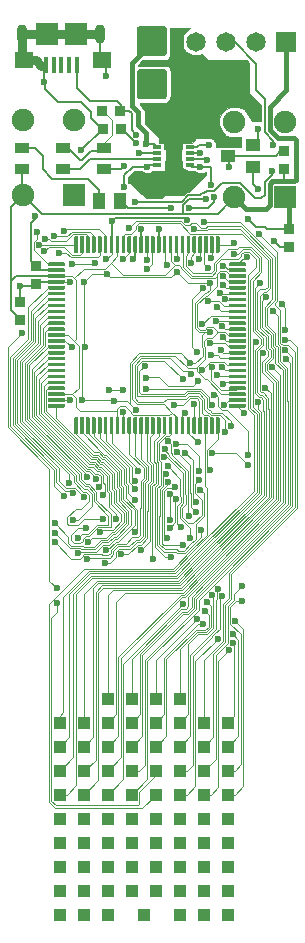
<source format=gtl>
G04 #@! TF.GenerationSoftware,KiCad,Pcbnew,5.1.8-db9833491~88~ubuntu16.04.1*
G04 #@! TF.CreationDate,2020-12-23T08:51:26-07:00*
G04 #@! TF.ProjectId,PoNS,506f4e53-2e6b-4696-9361-645f70636258,rev?*
G04 #@! TF.SameCoordinates,Original*
G04 #@! TF.FileFunction,Copper,L1,Top*
G04 #@! TF.FilePolarity,Positive*
%FSLAX46Y46*%
G04 Gerber Fmt 4.6, Leading zero omitted, Abs format (unit mm)*
G04 Created by KiCad (PCBNEW 5.1.8-db9833491~88~ubuntu16.04.1) date 2020-12-23 08:51:26*
%MOMM*%
%LPD*%
G01*
G04 APERTURE LIST*
G04 #@! TA.AperFunction,NonConductor*
%ADD10C,0.100000*%
G04 #@! TD*
G04 #@! TA.AperFunction,SMDPad,CuDef*
%ADD11R,1.016000X1.397000*%
G04 #@! TD*
G04 #@! TA.AperFunction,SMDPad,CuDef*
%ADD12R,1.000000X1.000000*%
G04 #@! TD*
G04 #@! TA.AperFunction,SMDPad,CuDef*
%ADD13R,0.889000X0.889000*%
G04 #@! TD*
G04 #@! TA.AperFunction,ComponentPad*
%ADD14R,1.905000X1.905000*%
G04 #@! TD*
G04 #@! TA.AperFunction,ComponentPad*
%ADD15C,1.905000*%
G04 #@! TD*
G04 #@! TA.AperFunction,SMDPad,CuDef*
%ADD16R,0.900000X0.900000*%
G04 #@! TD*
G04 #@! TA.AperFunction,ComponentPad*
%ADD17C,1.651000*%
G04 #@! TD*
G04 #@! TA.AperFunction,ComponentPad*
%ADD18R,1.651000X1.651000*%
G04 #@! TD*
G04 #@! TA.AperFunction,SMDPad,CuDef*
%ADD19R,1.600000X1.400000*%
G04 #@! TD*
G04 #@! TA.AperFunction,ComponentPad*
%ADD20O,0.900000X1.600000*%
G04 #@! TD*
G04 #@! TA.AperFunction,SMDPad,CuDef*
%ADD21R,1.900000X1.900000*%
G04 #@! TD*
G04 #@! TA.AperFunction,SMDPad,CuDef*
%ADD22R,0.400000X1.350000*%
G04 #@! TD*
G04 #@! TA.AperFunction,SMDPad,CuDef*
%ADD23O,1.397000X2.413000*%
G04 #@! TD*
G04 #@! TA.AperFunction,SMDPad,CuDef*
%ADD24R,0.726440X0.299720*%
G04 #@! TD*
G04 #@! TA.AperFunction,SMDPad,CuDef*
%ADD25R,1.198880X1.016000*%
G04 #@! TD*
G04 #@! TA.AperFunction,SMDPad,CuDef*
%ADD26R,1.270000X0.889000*%
G04 #@! TD*
G04 #@! TA.AperFunction,ViaPad*
%ADD27C,0.600000*%
G04 #@! TD*
G04 #@! TA.AperFunction,Conductor*
%ADD28C,0.101600*%
G04 #@! TD*
G04 #@! TA.AperFunction,Conductor*
%ADD29C,0.800000*%
G04 #@! TD*
G04 #@! TA.AperFunction,Conductor*
%ADD30C,0.200000*%
G04 #@! TD*
G04 #@! TA.AperFunction,Conductor*
%ADD31C,0.400000*%
G04 #@! TD*
G04 #@! TA.AperFunction,Conductor*
%ADD32C,0.100000*%
G04 #@! TD*
G04 APERTURE END LIST*
D10*
G36*
X151993600Y-62280800D02*
G01*
X151993600Y-63398400D01*
X152196800Y-63703200D01*
X152704800Y-64008000D01*
X153314400Y-64008000D01*
X153619200Y-63906400D01*
X154127200Y-64414400D01*
X157378400Y-64414400D01*
X157581600Y-64617600D01*
X157581600Y-67157600D01*
X158597600Y-68173600D01*
X158597600Y-69596000D01*
X157784800Y-69596000D01*
X157175200Y-68580000D01*
X156667200Y-68376800D01*
X155956000Y-68376800D01*
X155346400Y-68681600D01*
X155041600Y-69291200D01*
X155041600Y-69900800D01*
X155346400Y-70510400D01*
X155651200Y-70815200D01*
X156057600Y-70916800D01*
X156870400Y-70916800D01*
X156870400Y-71729600D01*
X154736800Y-71729600D01*
X154736800Y-71424800D01*
X154533600Y-71120000D01*
X154228800Y-71018400D01*
X153111200Y-71018400D01*
X152704800Y-71424800D01*
X151892000Y-71424800D01*
X151892000Y-71932800D01*
X150368000Y-71932800D01*
X150368000Y-71424800D01*
X149961600Y-71424800D01*
X149961600Y-71018400D01*
X148742400Y-69799200D01*
X148742400Y-68681600D01*
X148336000Y-68173600D01*
X148336000Y-68072000D01*
X150571200Y-68072000D01*
X150876000Y-67767200D01*
X150977600Y-67360800D01*
X150977600Y-65532000D01*
X150876000Y-65024000D01*
X150672800Y-64922400D01*
X148132800Y-64922400D01*
X148336000Y-64617600D01*
X148539200Y-64414400D01*
X150571200Y-64414400D01*
X150774400Y-64312800D01*
X150876000Y-64008000D01*
X150876000Y-61671200D01*
X152603200Y-61671200D01*
X151993600Y-62280800D01*
G37*
X151993600Y-62280800D02*
X151993600Y-63398400D01*
X152196800Y-63703200D01*
X152704800Y-64008000D01*
X153314400Y-64008000D01*
X153619200Y-63906400D01*
X154127200Y-64414400D01*
X157378400Y-64414400D01*
X157581600Y-64617600D01*
X157581600Y-67157600D01*
X158597600Y-68173600D01*
X158597600Y-69596000D01*
X157784800Y-69596000D01*
X157175200Y-68580000D01*
X156667200Y-68376800D01*
X155956000Y-68376800D01*
X155346400Y-68681600D01*
X155041600Y-69291200D01*
X155041600Y-69900800D01*
X155346400Y-70510400D01*
X155651200Y-70815200D01*
X156057600Y-70916800D01*
X156870400Y-70916800D01*
X156870400Y-71729600D01*
X154736800Y-71729600D01*
X154736800Y-71424800D01*
X154533600Y-71120000D01*
X154228800Y-71018400D01*
X153111200Y-71018400D01*
X152704800Y-71424800D01*
X151892000Y-71424800D01*
X151892000Y-71932800D01*
X150368000Y-71932800D01*
X150368000Y-71424800D01*
X149961600Y-71424800D01*
X149961600Y-71018400D01*
X148742400Y-69799200D01*
X148742400Y-68681600D01*
X148336000Y-68173600D01*
X148336000Y-68072000D01*
X150571200Y-68072000D01*
X150876000Y-67767200D01*
X150977600Y-67360800D01*
X150977600Y-65532000D01*
X150876000Y-65024000D01*
X150672800Y-64922400D01*
X148132800Y-64922400D01*
X148336000Y-64617600D01*
X148539200Y-64414400D01*
X150571200Y-64414400D01*
X150774400Y-64312800D01*
X150876000Y-64008000D01*
X150876000Y-61671200D01*
X152603200Y-61671200D01*
X151993600Y-62280800D01*
G36*
X151892000Y-73456800D02*
G01*
X151993600Y-73558400D01*
X152400000Y-73761600D01*
X152908000Y-73761600D01*
X153212800Y-73964800D01*
X153720800Y-73964800D01*
X153924000Y-73863200D01*
X153924000Y-74168000D01*
X152501600Y-75590400D01*
X152298400Y-75590400D01*
X152095200Y-75793600D01*
X150469600Y-75793600D01*
X150164800Y-76098400D01*
X148844000Y-76098400D01*
X147523200Y-74777600D01*
X147320000Y-74777600D01*
X147320000Y-74269600D01*
X147828000Y-73761600D01*
X148539200Y-73761600D01*
X148742400Y-73964800D01*
X149148800Y-73964800D01*
X149352000Y-73761600D01*
X150469600Y-73761600D01*
X150469600Y-72948800D01*
X151892000Y-72948800D01*
X151892000Y-73456800D01*
G37*
X151892000Y-73456800D02*
X151993600Y-73558400D01*
X152400000Y-73761600D01*
X152908000Y-73761600D01*
X153212800Y-73964800D01*
X153720800Y-73964800D01*
X153924000Y-73863200D01*
X153924000Y-74168000D01*
X152501600Y-75590400D01*
X152298400Y-75590400D01*
X152095200Y-75793600D01*
X150469600Y-75793600D01*
X150164800Y-76098400D01*
X148844000Y-76098400D01*
X147523200Y-74777600D01*
X147320000Y-74777600D01*
X147320000Y-74269600D01*
X147828000Y-73761600D01*
X148539200Y-73761600D01*
X148742400Y-73964800D01*
X149148800Y-73964800D01*
X149352000Y-73761600D01*
X150469600Y-73761600D01*
X150469600Y-72948800D01*
X151892000Y-72948800D01*
X151892000Y-73456800D01*
G04 #@! TA.AperFunction,ComponentPad*
G36*
G01*
X148077000Y-67471401D02*
X148077000Y-65421399D01*
G75*
G02*
X148326999Y-65171400I249999J0D01*
G01*
X150377001Y-65171400D01*
G75*
G02*
X150627000Y-65421399I0J-249999D01*
G01*
X150627000Y-67471401D01*
G75*
G02*
X150377001Y-67721400I-249999J0D01*
G01*
X148326999Y-67721400D01*
G75*
G02*
X148077000Y-67471401I0J249999D01*
G01*
G37*
G04 #@! TD.AperFunction*
G04 #@! TA.AperFunction,ComponentPad*
G36*
G01*
X148077000Y-63813801D02*
X148077000Y-61763799D01*
G75*
G02*
X148326999Y-61513800I249999J0D01*
G01*
X150377001Y-61513800D01*
G75*
G02*
X150627000Y-61763799I0J-249999D01*
G01*
X150627000Y-63813801D01*
G75*
G02*
X150377001Y-64063800I-249999J0D01*
G01*
X148326999Y-64063800D01*
G75*
G02*
X148077000Y-63813801I0J249999D01*
G01*
G37*
G04 #@! TD.AperFunction*
D11*
X144907000Y-76301600D03*
X146685000Y-76301600D03*
G04 #@! TA.AperFunction,SMDPad,CuDef*
G36*
G01*
X142782900Y-80680800D02*
X142782900Y-79355800D01*
G75*
G02*
X142857900Y-79280800I75000J0D01*
G01*
X143007900Y-79280800D01*
G75*
G02*
X143082900Y-79355800I0J-75000D01*
G01*
X143082900Y-80680800D01*
G75*
G02*
X143007900Y-80755800I-75000J0D01*
G01*
X142857900Y-80755800D01*
G75*
G02*
X142782900Y-80680800I0J75000D01*
G01*
G37*
G04 #@! TD.AperFunction*
G04 #@! TA.AperFunction,SMDPad,CuDef*
G36*
G01*
X143282900Y-80680800D02*
X143282900Y-79355800D01*
G75*
G02*
X143357900Y-79280800I75000J0D01*
G01*
X143507900Y-79280800D01*
G75*
G02*
X143582900Y-79355800I0J-75000D01*
G01*
X143582900Y-80680800D01*
G75*
G02*
X143507900Y-80755800I-75000J0D01*
G01*
X143357900Y-80755800D01*
G75*
G02*
X143282900Y-80680800I0J75000D01*
G01*
G37*
G04 #@! TD.AperFunction*
G04 #@! TA.AperFunction,SMDPad,CuDef*
G36*
G01*
X143782900Y-80680800D02*
X143782900Y-79355800D01*
G75*
G02*
X143857900Y-79280800I75000J0D01*
G01*
X144007900Y-79280800D01*
G75*
G02*
X144082900Y-79355800I0J-75000D01*
G01*
X144082900Y-80680800D01*
G75*
G02*
X144007900Y-80755800I-75000J0D01*
G01*
X143857900Y-80755800D01*
G75*
G02*
X143782900Y-80680800I0J75000D01*
G01*
G37*
G04 #@! TD.AperFunction*
G04 #@! TA.AperFunction,SMDPad,CuDef*
G36*
G01*
X144282900Y-80680800D02*
X144282900Y-79355800D01*
G75*
G02*
X144357900Y-79280800I75000J0D01*
G01*
X144507900Y-79280800D01*
G75*
G02*
X144582900Y-79355800I0J-75000D01*
G01*
X144582900Y-80680800D01*
G75*
G02*
X144507900Y-80755800I-75000J0D01*
G01*
X144357900Y-80755800D01*
G75*
G02*
X144282900Y-80680800I0J75000D01*
G01*
G37*
G04 #@! TD.AperFunction*
G04 #@! TA.AperFunction,SMDPad,CuDef*
G36*
G01*
X144782900Y-80680800D02*
X144782900Y-79355800D01*
G75*
G02*
X144857900Y-79280800I75000J0D01*
G01*
X145007900Y-79280800D01*
G75*
G02*
X145082900Y-79355800I0J-75000D01*
G01*
X145082900Y-80680800D01*
G75*
G02*
X145007900Y-80755800I-75000J0D01*
G01*
X144857900Y-80755800D01*
G75*
G02*
X144782900Y-80680800I0J75000D01*
G01*
G37*
G04 #@! TD.AperFunction*
G04 #@! TA.AperFunction,SMDPad,CuDef*
G36*
G01*
X145282900Y-80680800D02*
X145282900Y-79355800D01*
G75*
G02*
X145357900Y-79280800I75000J0D01*
G01*
X145507900Y-79280800D01*
G75*
G02*
X145582900Y-79355800I0J-75000D01*
G01*
X145582900Y-80680800D01*
G75*
G02*
X145507900Y-80755800I-75000J0D01*
G01*
X145357900Y-80755800D01*
G75*
G02*
X145282900Y-80680800I0J75000D01*
G01*
G37*
G04 #@! TD.AperFunction*
G04 #@! TA.AperFunction,SMDPad,CuDef*
G36*
G01*
X145782900Y-80680800D02*
X145782900Y-79355800D01*
G75*
G02*
X145857900Y-79280800I75000J0D01*
G01*
X146007900Y-79280800D01*
G75*
G02*
X146082900Y-79355800I0J-75000D01*
G01*
X146082900Y-80680800D01*
G75*
G02*
X146007900Y-80755800I-75000J0D01*
G01*
X145857900Y-80755800D01*
G75*
G02*
X145782900Y-80680800I0J75000D01*
G01*
G37*
G04 #@! TD.AperFunction*
G04 #@! TA.AperFunction,SMDPad,CuDef*
G36*
G01*
X146282900Y-80680800D02*
X146282900Y-79355800D01*
G75*
G02*
X146357900Y-79280800I75000J0D01*
G01*
X146507900Y-79280800D01*
G75*
G02*
X146582900Y-79355800I0J-75000D01*
G01*
X146582900Y-80680800D01*
G75*
G02*
X146507900Y-80755800I-75000J0D01*
G01*
X146357900Y-80755800D01*
G75*
G02*
X146282900Y-80680800I0J75000D01*
G01*
G37*
G04 #@! TD.AperFunction*
G04 #@! TA.AperFunction,SMDPad,CuDef*
G36*
G01*
X146782900Y-80680800D02*
X146782900Y-79355800D01*
G75*
G02*
X146857900Y-79280800I75000J0D01*
G01*
X147007900Y-79280800D01*
G75*
G02*
X147082900Y-79355800I0J-75000D01*
G01*
X147082900Y-80680800D01*
G75*
G02*
X147007900Y-80755800I-75000J0D01*
G01*
X146857900Y-80755800D01*
G75*
G02*
X146782900Y-80680800I0J75000D01*
G01*
G37*
G04 #@! TD.AperFunction*
G04 #@! TA.AperFunction,SMDPad,CuDef*
G36*
G01*
X147282900Y-80680800D02*
X147282900Y-79355800D01*
G75*
G02*
X147357900Y-79280800I75000J0D01*
G01*
X147507900Y-79280800D01*
G75*
G02*
X147582900Y-79355800I0J-75000D01*
G01*
X147582900Y-80680800D01*
G75*
G02*
X147507900Y-80755800I-75000J0D01*
G01*
X147357900Y-80755800D01*
G75*
G02*
X147282900Y-80680800I0J75000D01*
G01*
G37*
G04 #@! TD.AperFunction*
G04 #@! TA.AperFunction,SMDPad,CuDef*
G36*
G01*
X147782900Y-80680800D02*
X147782900Y-79355800D01*
G75*
G02*
X147857900Y-79280800I75000J0D01*
G01*
X148007900Y-79280800D01*
G75*
G02*
X148082900Y-79355800I0J-75000D01*
G01*
X148082900Y-80680800D01*
G75*
G02*
X148007900Y-80755800I-75000J0D01*
G01*
X147857900Y-80755800D01*
G75*
G02*
X147782900Y-80680800I0J75000D01*
G01*
G37*
G04 #@! TD.AperFunction*
G04 #@! TA.AperFunction,SMDPad,CuDef*
G36*
G01*
X148282900Y-80680800D02*
X148282900Y-79355800D01*
G75*
G02*
X148357900Y-79280800I75000J0D01*
G01*
X148507900Y-79280800D01*
G75*
G02*
X148582900Y-79355800I0J-75000D01*
G01*
X148582900Y-80680800D01*
G75*
G02*
X148507900Y-80755800I-75000J0D01*
G01*
X148357900Y-80755800D01*
G75*
G02*
X148282900Y-80680800I0J75000D01*
G01*
G37*
G04 #@! TD.AperFunction*
G04 #@! TA.AperFunction,SMDPad,CuDef*
G36*
G01*
X148782900Y-80680800D02*
X148782900Y-79355800D01*
G75*
G02*
X148857900Y-79280800I75000J0D01*
G01*
X149007900Y-79280800D01*
G75*
G02*
X149082900Y-79355800I0J-75000D01*
G01*
X149082900Y-80680800D01*
G75*
G02*
X149007900Y-80755800I-75000J0D01*
G01*
X148857900Y-80755800D01*
G75*
G02*
X148782900Y-80680800I0J75000D01*
G01*
G37*
G04 #@! TD.AperFunction*
G04 #@! TA.AperFunction,SMDPad,CuDef*
G36*
G01*
X149282900Y-80680800D02*
X149282900Y-79355800D01*
G75*
G02*
X149357900Y-79280800I75000J0D01*
G01*
X149507900Y-79280800D01*
G75*
G02*
X149582900Y-79355800I0J-75000D01*
G01*
X149582900Y-80680800D01*
G75*
G02*
X149507900Y-80755800I-75000J0D01*
G01*
X149357900Y-80755800D01*
G75*
G02*
X149282900Y-80680800I0J75000D01*
G01*
G37*
G04 #@! TD.AperFunction*
G04 #@! TA.AperFunction,SMDPad,CuDef*
G36*
G01*
X149782900Y-80680800D02*
X149782900Y-79355800D01*
G75*
G02*
X149857900Y-79280800I75000J0D01*
G01*
X150007900Y-79280800D01*
G75*
G02*
X150082900Y-79355800I0J-75000D01*
G01*
X150082900Y-80680800D01*
G75*
G02*
X150007900Y-80755800I-75000J0D01*
G01*
X149857900Y-80755800D01*
G75*
G02*
X149782900Y-80680800I0J75000D01*
G01*
G37*
G04 #@! TD.AperFunction*
G04 #@! TA.AperFunction,SMDPad,CuDef*
G36*
G01*
X150282900Y-80680800D02*
X150282900Y-79355800D01*
G75*
G02*
X150357900Y-79280800I75000J0D01*
G01*
X150507900Y-79280800D01*
G75*
G02*
X150582900Y-79355800I0J-75000D01*
G01*
X150582900Y-80680800D01*
G75*
G02*
X150507900Y-80755800I-75000J0D01*
G01*
X150357900Y-80755800D01*
G75*
G02*
X150282900Y-80680800I0J75000D01*
G01*
G37*
G04 #@! TD.AperFunction*
G04 #@! TA.AperFunction,SMDPad,CuDef*
G36*
G01*
X150782900Y-80680800D02*
X150782900Y-79355800D01*
G75*
G02*
X150857900Y-79280800I75000J0D01*
G01*
X151007900Y-79280800D01*
G75*
G02*
X151082900Y-79355800I0J-75000D01*
G01*
X151082900Y-80680800D01*
G75*
G02*
X151007900Y-80755800I-75000J0D01*
G01*
X150857900Y-80755800D01*
G75*
G02*
X150782900Y-80680800I0J75000D01*
G01*
G37*
G04 #@! TD.AperFunction*
G04 #@! TA.AperFunction,SMDPad,CuDef*
G36*
G01*
X151282900Y-80680800D02*
X151282900Y-79355800D01*
G75*
G02*
X151357900Y-79280800I75000J0D01*
G01*
X151507900Y-79280800D01*
G75*
G02*
X151582900Y-79355800I0J-75000D01*
G01*
X151582900Y-80680800D01*
G75*
G02*
X151507900Y-80755800I-75000J0D01*
G01*
X151357900Y-80755800D01*
G75*
G02*
X151282900Y-80680800I0J75000D01*
G01*
G37*
G04 #@! TD.AperFunction*
G04 #@! TA.AperFunction,SMDPad,CuDef*
G36*
G01*
X151782900Y-80680800D02*
X151782900Y-79355800D01*
G75*
G02*
X151857900Y-79280800I75000J0D01*
G01*
X152007900Y-79280800D01*
G75*
G02*
X152082900Y-79355800I0J-75000D01*
G01*
X152082900Y-80680800D01*
G75*
G02*
X152007900Y-80755800I-75000J0D01*
G01*
X151857900Y-80755800D01*
G75*
G02*
X151782900Y-80680800I0J75000D01*
G01*
G37*
G04 #@! TD.AperFunction*
G04 #@! TA.AperFunction,SMDPad,CuDef*
G36*
G01*
X152282900Y-80680800D02*
X152282900Y-79355800D01*
G75*
G02*
X152357900Y-79280800I75000J0D01*
G01*
X152507900Y-79280800D01*
G75*
G02*
X152582900Y-79355800I0J-75000D01*
G01*
X152582900Y-80680800D01*
G75*
G02*
X152507900Y-80755800I-75000J0D01*
G01*
X152357900Y-80755800D01*
G75*
G02*
X152282900Y-80680800I0J75000D01*
G01*
G37*
G04 #@! TD.AperFunction*
G04 #@! TA.AperFunction,SMDPad,CuDef*
G36*
G01*
X152782900Y-80680800D02*
X152782900Y-79355800D01*
G75*
G02*
X152857900Y-79280800I75000J0D01*
G01*
X153007900Y-79280800D01*
G75*
G02*
X153082900Y-79355800I0J-75000D01*
G01*
X153082900Y-80680800D01*
G75*
G02*
X153007900Y-80755800I-75000J0D01*
G01*
X152857900Y-80755800D01*
G75*
G02*
X152782900Y-80680800I0J75000D01*
G01*
G37*
G04 #@! TD.AperFunction*
G04 #@! TA.AperFunction,SMDPad,CuDef*
G36*
G01*
X153282900Y-80680800D02*
X153282900Y-79355800D01*
G75*
G02*
X153357900Y-79280800I75000J0D01*
G01*
X153507900Y-79280800D01*
G75*
G02*
X153582900Y-79355800I0J-75000D01*
G01*
X153582900Y-80680800D01*
G75*
G02*
X153507900Y-80755800I-75000J0D01*
G01*
X153357900Y-80755800D01*
G75*
G02*
X153282900Y-80680800I0J75000D01*
G01*
G37*
G04 #@! TD.AperFunction*
G04 #@! TA.AperFunction,SMDPad,CuDef*
G36*
G01*
X153782900Y-80680800D02*
X153782900Y-79355800D01*
G75*
G02*
X153857900Y-79280800I75000J0D01*
G01*
X154007900Y-79280800D01*
G75*
G02*
X154082900Y-79355800I0J-75000D01*
G01*
X154082900Y-80680800D01*
G75*
G02*
X154007900Y-80755800I-75000J0D01*
G01*
X153857900Y-80755800D01*
G75*
G02*
X153782900Y-80680800I0J75000D01*
G01*
G37*
G04 #@! TD.AperFunction*
G04 #@! TA.AperFunction,SMDPad,CuDef*
G36*
G01*
X154282900Y-80680800D02*
X154282900Y-79355800D01*
G75*
G02*
X154357900Y-79280800I75000J0D01*
G01*
X154507900Y-79280800D01*
G75*
G02*
X154582900Y-79355800I0J-75000D01*
G01*
X154582900Y-80680800D01*
G75*
G02*
X154507900Y-80755800I-75000J0D01*
G01*
X154357900Y-80755800D01*
G75*
G02*
X154282900Y-80680800I0J75000D01*
G01*
G37*
G04 #@! TD.AperFunction*
G04 #@! TA.AperFunction,SMDPad,CuDef*
G36*
G01*
X154782900Y-80680800D02*
X154782900Y-79355800D01*
G75*
G02*
X154857900Y-79280800I75000J0D01*
G01*
X155007900Y-79280800D01*
G75*
G02*
X155082900Y-79355800I0J-75000D01*
G01*
X155082900Y-80680800D01*
G75*
G02*
X155007900Y-80755800I-75000J0D01*
G01*
X154857900Y-80755800D01*
G75*
G02*
X154782900Y-80680800I0J75000D01*
G01*
G37*
G04 #@! TD.AperFunction*
G04 #@! TA.AperFunction,SMDPad,CuDef*
G36*
G01*
X155857900Y-81755800D02*
X155857900Y-81605800D01*
G75*
G02*
X155932900Y-81530800I75000J0D01*
G01*
X157257900Y-81530800D01*
G75*
G02*
X157332900Y-81605800I0J-75000D01*
G01*
X157332900Y-81755800D01*
G75*
G02*
X157257900Y-81830800I-75000J0D01*
G01*
X155932900Y-81830800D01*
G75*
G02*
X155857900Y-81755800I0J75000D01*
G01*
G37*
G04 #@! TD.AperFunction*
G04 #@! TA.AperFunction,SMDPad,CuDef*
G36*
G01*
X155857900Y-82255800D02*
X155857900Y-82105800D01*
G75*
G02*
X155932900Y-82030800I75000J0D01*
G01*
X157257900Y-82030800D01*
G75*
G02*
X157332900Y-82105800I0J-75000D01*
G01*
X157332900Y-82255800D01*
G75*
G02*
X157257900Y-82330800I-75000J0D01*
G01*
X155932900Y-82330800D01*
G75*
G02*
X155857900Y-82255800I0J75000D01*
G01*
G37*
G04 #@! TD.AperFunction*
G04 #@! TA.AperFunction,SMDPad,CuDef*
G36*
G01*
X155857900Y-82755800D02*
X155857900Y-82605800D01*
G75*
G02*
X155932900Y-82530800I75000J0D01*
G01*
X157257900Y-82530800D01*
G75*
G02*
X157332900Y-82605800I0J-75000D01*
G01*
X157332900Y-82755800D01*
G75*
G02*
X157257900Y-82830800I-75000J0D01*
G01*
X155932900Y-82830800D01*
G75*
G02*
X155857900Y-82755800I0J75000D01*
G01*
G37*
G04 #@! TD.AperFunction*
G04 #@! TA.AperFunction,SMDPad,CuDef*
G36*
G01*
X155857900Y-83255800D02*
X155857900Y-83105800D01*
G75*
G02*
X155932900Y-83030800I75000J0D01*
G01*
X157257900Y-83030800D01*
G75*
G02*
X157332900Y-83105800I0J-75000D01*
G01*
X157332900Y-83255800D01*
G75*
G02*
X157257900Y-83330800I-75000J0D01*
G01*
X155932900Y-83330800D01*
G75*
G02*
X155857900Y-83255800I0J75000D01*
G01*
G37*
G04 #@! TD.AperFunction*
G04 #@! TA.AperFunction,SMDPad,CuDef*
G36*
G01*
X155857900Y-83755800D02*
X155857900Y-83605800D01*
G75*
G02*
X155932900Y-83530800I75000J0D01*
G01*
X157257900Y-83530800D01*
G75*
G02*
X157332900Y-83605800I0J-75000D01*
G01*
X157332900Y-83755800D01*
G75*
G02*
X157257900Y-83830800I-75000J0D01*
G01*
X155932900Y-83830800D01*
G75*
G02*
X155857900Y-83755800I0J75000D01*
G01*
G37*
G04 #@! TD.AperFunction*
G04 #@! TA.AperFunction,SMDPad,CuDef*
G36*
G01*
X155857900Y-84255800D02*
X155857900Y-84105800D01*
G75*
G02*
X155932900Y-84030800I75000J0D01*
G01*
X157257900Y-84030800D01*
G75*
G02*
X157332900Y-84105800I0J-75000D01*
G01*
X157332900Y-84255800D01*
G75*
G02*
X157257900Y-84330800I-75000J0D01*
G01*
X155932900Y-84330800D01*
G75*
G02*
X155857900Y-84255800I0J75000D01*
G01*
G37*
G04 #@! TD.AperFunction*
G04 #@! TA.AperFunction,SMDPad,CuDef*
G36*
G01*
X155857900Y-84755800D02*
X155857900Y-84605800D01*
G75*
G02*
X155932900Y-84530800I75000J0D01*
G01*
X157257900Y-84530800D01*
G75*
G02*
X157332900Y-84605800I0J-75000D01*
G01*
X157332900Y-84755800D01*
G75*
G02*
X157257900Y-84830800I-75000J0D01*
G01*
X155932900Y-84830800D01*
G75*
G02*
X155857900Y-84755800I0J75000D01*
G01*
G37*
G04 #@! TD.AperFunction*
G04 #@! TA.AperFunction,SMDPad,CuDef*
G36*
G01*
X155857900Y-85255800D02*
X155857900Y-85105800D01*
G75*
G02*
X155932900Y-85030800I75000J0D01*
G01*
X157257900Y-85030800D01*
G75*
G02*
X157332900Y-85105800I0J-75000D01*
G01*
X157332900Y-85255800D01*
G75*
G02*
X157257900Y-85330800I-75000J0D01*
G01*
X155932900Y-85330800D01*
G75*
G02*
X155857900Y-85255800I0J75000D01*
G01*
G37*
G04 #@! TD.AperFunction*
G04 #@! TA.AperFunction,SMDPad,CuDef*
G36*
G01*
X155857900Y-85755800D02*
X155857900Y-85605800D01*
G75*
G02*
X155932900Y-85530800I75000J0D01*
G01*
X157257900Y-85530800D01*
G75*
G02*
X157332900Y-85605800I0J-75000D01*
G01*
X157332900Y-85755800D01*
G75*
G02*
X157257900Y-85830800I-75000J0D01*
G01*
X155932900Y-85830800D01*
G75*
G02*
X155857900Y-85755800I0J75000D01*
G01*
G37*
G04 #@! TD.AperFunction*
G04 #@! TA.AperFunction,SMDPad,CuDef*
G36*
G01*
X155857900Y-86255800D02*
X155857900Y-86105800D01*
G75*
G02*
X155932900Y-86030800I75000J0D01*
G01*
X157257900Y-86030800D01*
G75*
G02*
X157332900Y-86105800I0J-75000D01*
G01*
X157332900Y-86255800D01*
G75*
G02*
X157257900Y-86330800I-75000J0D01*
G01*
X155932900Y-86330800D01*
G75*
G02*
X155857900Y-86255800I0J75000D01*
G01*
G37*
G04 #@! TD.AperFunction*
G04 #@! TA.AperFunction,SMDPad,CuDef*
G36*
G01*
X155857900Y-86755800D02*
X155857900Y-86605800D01*
G75*
G02*
X155932900Y-86530800I75000J0D01*
G01*
X157257900Y-86530800D01*
G75*
G02*
X157332900Y-86605800I0J-75000D01*
G01*
X157332900Y-86755800D01*
G75*
G02*
X157257900Y-86830800I-75000J0D01*
G01*
X155932900Y-86830800D01*
G75*
G02*
X155857900Y-86755800I0J75000D01*
G01*
G37*
G04 #@! TD.AperFunction*
G04 #@! TA.AperFunction,SMDPad,CuDef*
G36*
G01*
X155857900Y-87255800D02*
X155857900Y-87105800D01*
G75*
G02*
X155932900Y-87030800I75000J0D01*
G01*
X157257900Y-87030800D01*
G75*
G02*
X157332900Y-87105800I0J-75000D01*
G01*
X157332900Y-87255800D01*
G75*
G02*
X157257900Y-87330800I-75000J0D01*
G01*
X155932900Y-87330800D01*
G75*
G02*
X155857900Y-87255800I0J75000D01*
G01*
G37*
G04 #@! TD.AperFunction*
G04 #@! TA.AperFunction,SMDPad,CuDef*
G36*
G01*
X155857900Y-87755800D02*
X155857900Y-87605800D01*
G75*
G02*
X155932900Y-87530800I75000J0D01*
G01*
X157257900Y-87530800D01*
G75*
G02*
X157332900Y-87605800I0J-75000D01*
G01*
X157332900Y-87755800D01*
G75*
G02*
X157257900Y-87830800I-75000J0D01*
G01*
X155932900Y-87830800D01*
G75*
G02*
X155857900Y-87755800I0J75000D01*
G01*
G37*
G04 #@! TD.AperFunction*
G04 #@! TA.AperFunction,SMDPad,CuDef*
G36*
G01*
X155857900Y-88255800D02*
X155857900Y-88105800D01*
G75*
G02*
X155932900Y-88030800I75000J0D01*
G01*
X157257900Y-88030800D01*
G75*
G02*
X157332900Y-88105800I0J-75000D01*
G01*
X157332900Y-88255800D01*
G75*
G02*
X157257900Y-88330800I-75000J0D01*
G01*
X155932900Y-88330800D01*
G75*
G02*
X155857900Y-88255800I0J75000D01*
G01*
G37*
G04 #@! TD.AperFunction*
G04 #@! TA.AperFunction,SMDPad,CuDef*
G36*
G01*
X155857900Y-88755800D02*
X155857900Y-88605800D01*
G75*
G02*
X155932900Y-88530800I75000J0D01*
G01*
X157257900Y-88530800D01*
G75*
G02*
X157332900Y-88605800I0J-75000D01*
G01*
X157332900Y-88755800D01*
G75*
G02*
X157257900Y-88830800I-75000J0D01*
G01*
X155932900Y-88830800D01*
G75*
G02*
X155857900Y-88755800I0J75000D01*
G01*
G37*
G04 #@! TD.AperFunction*
G04 #@! TA.AperFunction,SMDPad,CuDef*
G36*
G01*
X155857900Y-89255800D02*
X155857900Y-89105800D01*
G75*
G02*
X155932900Y-89030800I75000J0D01*
G01*
X157257900Y-89030800D01*
G75*
G02*
X157332900Y-89105800I0J-75000D01*
G01*
X157332900Y-89255800D01*
G75*
G02*
X157257900Y-89330800I-75000J0D01*
G01*
X155932900Y-89330800D01*
G75*
G02*
X155857900Y-89255800I0J75000D01*
G01*
G37*
G04 #@! TD.AperFunction*
G04 #@! TA.AperFunction,SMDPad,CuDef*
G36*
G01*
X155857900Y-89755800D02*
X155857900Y-89605800D01*
G75*
G02*
X155932900Y-89530800I75000J0D01*
G01*
X157257900Y-89530800D01*
G75*
G02*
X157332900Y-89605800I0J-75000D01*
G01*
X157332900Y-89755800D01*
G75*
G02*
X157257900Y-89830800I-75000J0D01*
G01*
X155932900Y-89830800D01*
G75*
G02*
X155857900Y-89755800I0J75000D01*
G01*
G37*
G04 #@! TD.AperFunction*
G04 #@! TA.AperFunction,SMDPad,CuDef*
G36*
G01*
X155857900Y-90255800D02*
X155857900Y-90105800D01*
G75*
G02*
X155932900Y-90030800I75000J0D01*
G01*
X157257900Y-90030800D01*
G75*
G02*
X157332900Y-90105800I0J-75000D01*
G01*
X157332900Y-90255800D01*
G75*
G02*
X157257900Y-90330800I-75000J0D01*
G01*
X155932900Y-90330800D01*
G75*
G02*
X155857900Y-90255800I0J75000D01*
G01*
G37*
G04 #@! TD.AperFunction*
G04 #@! TA.AperFunction,SMDPad,CuDef*
G36*
G01*
X155857900Y-90755800D02*
X155857900Y-90605800D01*
G75*
G02*
X155932900Y-90530800I75000J0D01*
G01*
X157257900Y-90530800D01*
G75*
G02*
X157332900Y-90605800I0J-75000D01*
G01*
X157332900Y-90755800D01*
G75*
G02*
X157257900Y-90830800I-75000J0D01*
G01*
X155932900Y-90830800D01*
G75*
G02*
X155857900Y-90755800I0J75000D01*
G01*
G37*
G04 #@! TD.AperFunction*
G04 #@! TA.AperFunction,SMDPad,CuDef*
G36*
G01*
X155857900Y-91255800D02*
X155857900Y-91105800D01*
G75*
G02*
X155932900Y-91030800I75000J0D01*
G01*
X157257900Y-91030800D01*
G75*
G02*
X157332900Y-91105800I0J-75000D01*
G01*
X157332900Y-91255800D01*
G75*
G02*
X157257900Y-91330800I-75000J0D01*
G01*
X155932900Y-91330800D01*
G75*
G02*
X155857900Y-91255800I0J75000D01*
G01*
G37*
G04 #@! TD.AperFunction*
G04 #@! TA.AperFunction,SMDPad,CuDef*
G36*
G01*
X155857900Y-91755800D02*
X155857900Y-91605800D01*
G75*
G02*
X155932900Y-91530800I75000J0D01*
G01*
X157257900Y-91530800D01*
G75*
G02*
X157332900Y-91605800I0J-75000D01*
G01*
X157332900Y-91755800D01*
G75*
G02*
X157257900Y-91830800I-75000J0D01*
G01*
X155932900Y-91830800D01*
G75*
G02*
X155857900Y-91755800I0J75000D01*
G01*
G37*
G04 #@! TD.AperFunction*
G04 #@! TA.AperFunction,SMDPad,CuDef*
G36*
G01*
X155857900Y-92255800D02*
X155857900Y-92105800D01*
G75*
G02*
X155932900Y-92030800I75000J0D01*
G01*
X157257900Y-92030800D01*
G75*
G02*
X157332900Y-92105800I0J-75000D01*
G01*
X157332900Y-92255800D01*
G75*
G02*
X157257900Y-92330800I-75000J0D01*
G01*
X155932900Y-92330800D01*
G75*
G02*
X155857900Y-92255800I0J75000D01*
G01*
G37*
G04 #@! TD.AperFunction*
G04 #@! TA.AperFunction,SMDPad,CuDef*
G36*
G01*
X155857900Y-92755800D02*
X155857900Y-92605800D01*
G75*
G02*
X155932900Y-92530800I75000J0D01*
G01*
X157257900Y-92530800D01*
G75*
G02*
X157332900Y-92605800I0J-75000D01*
G01*
X157332900Y-92755800D01*
G75*
G02*
X157257900Y-92830800I-75000J0D01*
G01*
X155932900Y-92830800D01*
G75*
G02*
X155857900Y-92755800I0J75000D01*
G01*
G37*
G04 #@! TD.AperFunction*
G04 #@! TA.AperFunction,SMDPad,CuDef*
G36*
G01*
X155857900Y-93255800D02*
X155857900Y-93105800D01*
G75*
G02*
X155932900Y-93030800I75000J0D01*
G01*
X157257900Y-93030800D01*
G75*
G02*
X157332900Y-93105800I0J-75000D01*
G01*
X157332900Y-93255800D01*
G75*
G02*
X157257900Y-93330800I-75000J0D01*
G01*
X155932900Y-93330800D01*
G75*
G02*
X155857900Y-93255800I0J75000D01*
G01*
G37*
G04 #@! TD.AperFunction*
G04 #@! TA.AperFunction,SMDPad,CuDef*
G36*
G01*
X155857900Y-93755800D02*
X155857900Y-93605800D01*
G75*
G02*
X155932900Y-93530800I75000J0D01*
G01*
X157257900Y-93530800D01*
G75*
G02*
X157332900Y-93605800I0J-75000D01*
G01*
X157332900Y-93755800D01*
G75*
G02*
X157257900Y-93830800I-75000J0D01*
G01*
X155932900Y-93830800D01*
G75*
G02*
X155857900Y-93755800I0J75000D01*
G01*
G37*
G04 #@! TD.AperFunction*
G04 #@! TA.AperFunction,SMDPad,CuDef*
G36*
G01*
X154782900Y-96005800D02*
X154782900Y-94680800D01*
G75*
G02*
X154857900Y-94605800I75000J0D01*
G01*
X155007900Y-94605800D01*
G75*
G02*
X155082900Y-94680800I0J-75000D01*
G01*
X155082900Y-96005800D01*
G75*
G02*
X155007900Y-96080800I-75000J0D01*
G01*
X154857900Y-96080800D01*
G75*
G02*
X154782900Y-96005800I0J75000D01*
G01*
G37*
G04 #@! TD.AperFunction*
G04 #@! TA.AperFunction,SMDPad,CuDef*
G36*
G01*
X154282900Y-96005800D02*
X154282900Y-94680800D01*
G75*
G02*
X154357900Y-94605800I75000J0D01*
G01*
X154507900Y-94605800D01*
G75*
G02*
X154582900Y-94680800I0J-75000D01*
G01*
X154582900Y-96005800D01*
G75*
G02*
X154507900Y-96080800I-75000J0D01*
G01*
X154357900Y-96080800D01*
G75*
G02*
X154282900Y-96005800I0J75000D01*
G01*
G37*
G04 #@! TD.AperFunction*
G04 #@! TA.AperFunction,SMDPad,CuDef*
G36*
G01*
X153782900Y-96005800D02*
X153782900Y-94680800D01*
G75*
G02*
X153857900Y-94605800I75000J0D01*
G01*
X154007900Y-94605800D01*
G75*
G02*
X154082900Y-94680800I0J-75000D01*
G01*
X154082900Y-96005800D01*
G75*
G02*
X154007900Y-96080800I-75000J0D01*
G01*
X153857900Y-96080800D01*
G75*
G02*
X153782900Y-96005800I0J75000D01*
G01*
G37*
G04 #@! TD.AperFunction*
G04 #@! TA.AperFunction,SMDPad,CuDef*
G36*
G01*
X153282900Y-96005800D02*
X153282900Y-94680800D01*
G75*
G02*
X153357900Y-94605800I75000J0D01*
G01*
X153507900Y-94605800D01*
G75*
G02*
X153582900Y-94680800I0J-75000D01*
G01*
X153582900Y-96005800D01*
G75*
G02*
X153507900Y-96080800I-75000J0D01*
G01*
X153357900Y-96080800D01*
G75*
G02*
X153282900Y-96005800I0J75000D01*
G01*
G37*
G04 #@! TD.AperFunction*
G04 #@! TA.AperFunction,SMDPad,CuDef*
G36*
G01*
X152782900Y-96005800D02*
X152782900Y-94680800D01*
G75*
G02*
X152857900Y-94605800I75000J0D01*
G01*
X153007900Y-94605800D01*
G75*
G02*
X153082900Y-94680800I0J-75000D01*
G01*
X153082900Y-96005800D01*
G75*
G02*
X153007900Y-96080800I-75000J0D01*
G01*
X152857900Y-96080800D01*
G75*
G02*
X152782900Y-96005800I0J75000D01*
G01*
G37*
G04 #@! TD.AperFunction*
G04 #@! TA.AperFunction,SMDPad,CuDef*
G36*
G01*
X152282900Y-96005800D02*
X152282900Y-94680800D01*
G75*
G02*
X152357900Y-94605800I75000J0D01*
G01*
X152507900Y-94605800D01*
G75*
G02*
X152582900Y-94680800I0J-75000D01*
G01*
X152582900Y-96005800D01*
G75*
G02*
X152507900Y-96080800I-75000J0D01*
G01*
X152357900Y-96080800D01*
G75*
G02*
X152282900Y-96005800I0J75000D01*
G01*
G37*
G04 #@! TD.AperFunction*
G04 #@! TA.AperFunction,SMDPad,CuDef*
G36*
G01*
X151782900Y-96005800D02*
X151782900Y-94680800D01*
G75*
G02*
X151857900Y-94605800I75000J0D01*
G01*
X152007900Y-94605800D01*
G75*
G02*
X152082900Y-94680800I0J-75000D01*
G01*
X152082900Y-96005800D01*
G75*
G02*
X152007900Y-96080800I-75000J0D01*
G01*
X151857900Y-96080800D01*
G75*
G02*
X151782900Y-96005800I0J75000D01*
G01*
G37*
G04 #@! TD.AperFunction*
G04 #@! TA.AperFunction,SMDPad,CuDef*
G36*
G01*
X151282900Y-96005800D02*
X151282900Y-94680800D01*
G75*
G02*
X151357900Y-94605800I75000J0D01*
G01*
X151507900Y-94605800D01*
G75*
G02*
X151582900Y-94680800I0J-75000D01*
G01*
X151582900Y-96005800D01*
G75*
G02*
X151507900Y-96080800I-75000J0D01*
G01*
X151357900Y-96080800D01*
G75*
G02*
X151282900Y-96005800I0J75000D01*
G01*
G37*
G04 #@! TD.AperFunction*
G04 #@! TA.AperFunction,SMDPad,CuDef*
G36*
G01*
X150782900Y-96005800D02*
X150782900Y-94680800D01*
G75*
G02*
X150857900Y-94605800I75000J0D01*
G01*
X151007900Y-94605800D01*
G75*
G02*
X151082900Y-94680800I0J-75000D01*
G01*
X151082900Y-96005800D01*
G75*
G02*
X151007900Y-96080800I-75000J0D01*
G01*
X150857900Y-96080800D01*
G75*
G02*
X150782900Y-96005800I0J75000D01*
G01*
G37*
G04 #@! TD.AperFunction*
G04 #@! TA.AperFunction,SMDPad,CuDef*
G36*
G01*
X150282900Y-96005800D02*
X150282900Y-94680800D01*
G75*
G02*
X150357900Y-94605800I75000J0D01*
G01*
X150507900Y-94605800D01*
G75*
G02*
X150582900Y-94680800I0J-75000D01*
G01*
X150582900Y-96005800D01*
G75*
G02*
X150507900Y-96080800I-75000J0D01*
G01*
X150357900Y-96080800D01*
G75*
G02*
X150282900Y-96005800I0J75000D01*
G01*
G37*
G04 #@! TD.AperFunction*
G04 #@! TA.AperFunction,SMDPad,CuDef*
G36*
G01*
X149782900Y-96005800D02*
X149782900Y-94680800D01*
G75*
G02*
X149857900Y-94605800I75000J0D01*
G01*
X150007900Y-94605800D01*
G75*
G02*
X150082900Y-94680800I0J-75000D01*
G01*
X150082900Y-96005800D01*
G75*
G02*
X150007900Y-96080800I-75000J0D01*
G01*
X149857900Y-96080800D01*
G75*
G02*
X149782900Y-96005800I0J75000D01*
G01*
G37*
G04 #@! TD.AperFunction*
G04 #@! TA.AperFunction,SMDPad,CuDef*
G36*
G01*
X149282900Y-96005800D02*
X149282900Y-94680800D01*
G75*
G02*
X149357900Y-94605800I75000J0D01*
G01*
X149507900Y-94605800D01*
G75*
G02*
X149582900Y-94680800I0J-75000D01*
G01*
X149582900Y-96005800D01*
G75*
G02*
X149507900Y-96080800I-75000J0D01*
G01*
X149357900Y-96080800D01*
G75*
G02*
X149282900Y-96005800I0J75000D01*
G01*
G37*
G04 #@! TD.AperFunction*
G04 #@! TA.AperFunction,SMDPad,CuDef*
G36*
G01*
X148782900Y-96005800D02*
X148782900Y-94680800D01*
G75*
G02*
X148857900Y-94605800I75000J0D01*
G01*
X149007900Y-94605800D01*
G75*
G02*
X149082900Y-94680800I0J-75000D01*
G01*
X149082900Y-96005800D01*
G75*
G02*
X149007900Y-96080800I-75000J0D01*
G01*
X148857900Y-96080800D01*
G75*
G02*
X148782900Y-96005800I0J75000D01*
G01*
G37*
G04 #@! TD.AperFunction*
G04 #@! TA.AperFunction,SMDPad,CuDef*
G36*
G01*
X148282900Y-96005800D02*
X148282900Y-94680800D01*
G75*
G02*
X148357900Y-94605800I75000J0D01*
G01*
X148507900Y-94605800D01*
G75*
G02*
X148582900Y-94680800I0J-75000D01*
G01*
X148582900Y-96005800D01*
G75*
G02*
X148507900Y-96080800I-75000J0D01*
G01*
X148357900Y-96080800D01*
G75*
G02*
X148282900Y-96005800I0J75000D01*
G01*
G37*
G04 #@! TD.AperFunction*
G04 #@! TA.AperFunction,SMDPad,CuDef*
G36*
G01*
X147782900Y-96005800D02*
X147782900Y-94680800D01*
G75*
G02*
X147857900Y-94605800I75000J0D01*
G01*
X148007900Y-94605800D01*
G75*
G02*
X148082900Y-94680800I0J-75000D01*
G01*
X148082900Y-96005800D01*
G75*
G02*
X148007900Y-96080800I-75000J0D01*
G01*
X147857900Y-96080800D01*
G75*
G02*
X147782900Y-96005800I0J75000D01*
G01*
G37*
G04 #@! TD.AperFunction*
G04 #@! TA.AperFunction,SMDPad,CuDef*
G36*
G01*
X147282900Y-96005800D02*
X147282900Y-94680800D01*
G75*
G02*
X147357900Y-94605800I75000J0D01*
G01*
X147507900Y-94605800D01*
G75*
G02*
X147582900Y-94680800I0J-75000D01*
G01*
X147582900Y-96005800D01*
G75*
G02*
X147507900Y-96080800I-75000J0D01*
G01*
X147357900Y-96080800D01*
G75*
G02*
X147282900Y-96005800I0J75000D01*
G01*
G37*
G04 #@! TD.AperFunction*
G04 #@! TA.AperFunction,SMDPad,CuDef*
G36*
G01*
X146782900Y-96005800D02*
X146782900Y-94680800D01*
G75*
G02*
X146857900Y-94605800I75000J0D01*
G01*
X147007900Y-94605800D01*
G75*
G02*
X147082900Y-94680800I0J-75000D01*
G01*
X147082900Y-96005800D01*
G75*
G02*
X147007900Y-96080800I-75000J0D01*
G01*
X146857900Y-96080800D01*
G75*
G02*
X146782900Y-96005800I0J75000D01*
G01*
G37*
G04 #@! TD.AperFunction*
G04 #@! TA.AperFunction,SMDPad,CuDef*
G36*
G01*
X146282900Y-96005800D02*
X146282900Y-94680800D01*
G75*
G02*
X146357900Y-94605800I75000J0D01*
G01*
X146507900Y-94605800D01*
G75*
G02*
X146582900Y-94680800I0J-75000D01*
G01*
X146582900Y-96005800D01*
G75*
G02*
X146507900Y-96080800I-75000J0D01*
G01*
X146357900Y-96080800D01*
G75*
G02*
X146282900Y-96005800I0J75000D01*
G01*
G37*
G04 #@! TD.AperFunction*
G04 #@! TA.AperFunction,SMDPad,CuDef*
G36*
G01*
X145782900Y-96005800D02*
X145782900Y-94680800D01*
G75*
G02*
X145857900Y-94605800I75000J0D01*
G01*
X146007900Y-94605800D01*
G75*
G02*
X146082900Y-94680800I0J-75000D01*
G01*
X146082900Y-96005800D01*
G75*
G02*
X146007900Y-96080800I-75000J0D01*
G01*
X145857900Y-96080800D01*
G75*
G02*
X145782900Y-96005800I0J75000D01*
G01*
G37*
G04 #@! TD.AperFunction*
G04 #@! TA.AperFunction,SMDPad,CuDef*
G36*
G01*
X145282900Y-96005800D02*
X145282900Y-94680800D01*
G75*
G02*
X145357900Y-94605800I75000J0D01*
G01*
X145507900Y-94605800D01*
G75*
G02*
X145582900Y-94680800I0J-75000D01*
G01*
X145582900Y-96005800D01*
G75*
G02*
X145507900Y-96080800I-75000J0D01*
G01*
X145357900Y-96080800D01*
G75*
G02*
X145282900Y-96005800I0J75000D01*
G01*
G37*
G04 #@! TD.AperFunction*
G04 #@! TA.AperFunction,SMDPad,CuDef*
G36*
G01*
X144782900Y-96005800D02*
X144782900Y-94680800D01*
G75*
G02*
X144857900Y-94605800I75000J0D01*
G01*
X145007900Y-94605800D01*
G75*
G02*
X145082900Y-94680800I0J-75000D01*
G01*
X145082900Y-96005800D01*
G75*
G02*
X145007900Y-96080800I-75000J0D01*
G01*
X144857900Y-96080800D01*
G75*
G02*
X144782900Y-96005800I0J75000D01*
G01*
G37*
G04 #@! TD.AperFunction*
G04 #@! TA.AperFunction,SMDPad,CuDef*
G36*
G01*
X144282900Y-96005800D02*
X144282900Y-94680800D01*
G75*
G02*
X144357900Y-94605800I75000J0D01*
G01*
X144507900Y-94605800D01*
G75*
G02*
X144582900Y-94680800I0J-75000D01*
G01*
X144582900Y-96005800D01*
G75*
G02*
X144507900Y-96080800I-75000J0D01*
G01*
X144357900Y-96080800D01*
G75*
G02*
X144282900Y-96005800I0J75000D01*
G01*
G37*
G04 #@! TD.AperFunction*
G04 #@! TA.AperFunction,SMDPad,CuDef*
G36*
G01*
X143782900Y-96005800D02*
X143782900Y-94680800D01*
G75*
G02*
X143857900Y-94605800I75000J0D01*
G01*
X144007900Y-94605800D01*
G75*
G02*
X144082900Y-94680800I0J-75000D01*
G01*
X144082900Y-96005800D01*
G75*
G02*
X144007900Y-96080800I-75000J0D01*
G01*
X143857900Y-96080800D01*
G75*
G02*
X143782900Y-96005800I0J75000D01*
G01*
G37*
G04 #@! TD.AperFunction*
G04 #@! TA.AperFunction,SMDPad,CuDef*
G36*
G01*
X143282900Y-96005800D02*
X143282900Y-94680800D01*
G75*
G02*
X143357900Y-94605800I75000J0D01*
G01*
X143507900Y-94605800D01*
G75*
G02*
X143582900Y-94680800I0J-75000D01*
G01*
X143582900Y-96005800D01*
G75*
G02*
X143507900Y-96080800I-75000J0D01*
G01*
X143357900Y-96080800D01*
G75*
G02*
X143282900Y-96005800I0J75000D01*
G01*
G37*
G04 #@! TD.AperFunction*
G04 #@! TA.AperFunction,SMDPad,CuDef*
G36*
G01*
X142782900Y-96005800D02*
X142782900Y-94680800D01*
G75*
G02*
X142857900Y-94605800I75000J0D01*
G01*
X143007900Y-94605800D01*
G75*
G02*
X143082900Y-94680800I0J-75000D01*
G01*
X143082900Y-96005800D01*
G75*
G02*
X143007900Y-96080800I-75000J0D01*
G01*
X142857900Y-96080800D01*
G75*
G02*
X142782900Y-96005800I0J75000D01*
G01*
G37*
G04 #@! TD.AperFunction*
G04 #@! TA.AperFunction,SMDPad,CuDef*
G36*
G01*
X140532900Y-93755800D02*
X140532900Y-93605800D01*
G75*
G02*
X140607900Y-93530800I75000J0D01*
G01*
X141932900Y-93530800D01*
G75*
G02*
X142007900Y-93605800I0J-75000D01*
G01*
X142007900Y-93755800D01*
G75*
G02*
X141932900Y-93830800I-75000J0D01*
G01*
X140607900Y-93830800D01*
G75*
G02*
X140532900Y-93755800I0J75000D01*
G01*
G37*
G04 #@! TD.AperFunction*
G04 #@! TA.AperFunction,SMDPad,CuDef*
G36*
G01*
X140532900Y-93255800D02*
X140532900Y-93105800D01*
G75*
G02*
X140607900Y-93030800I75000J0D01*
G01*
X141932900Y-93030800D01*
G75*
G02*
X142007900Y-93105800I0J-75000D01*
G01*
X142007900Y-93255800D01*
G75*
G02*
X141932900Y-93330800I-75000J0D01*
G01*
X140607900Y-93330800D01*
G75*
G02*
X140532900Y-93255800I0J75000D01*
G01*
G37*
G04 #@! TD.AperFunction*
G04 #@! TA.AperFunction,SMDPad,CuDef*
G36*
G01*
X140532900Y-92755800D02*
X140532900Y-92605800D01*
G75*
G02*
X140607900Y-92530800I75000J0D01*
G01*
X141932900Y-92530800D01*
G75*
G02*
X142007900Y-92605800I0J-75000D01*
G01*
X142007900Y-92755800D01*
G75*
G02*
X141932900Y-92830800I-75000J0D01*
G01*
X140607900Y-92830800D01*
G75*
G02*
X140532900Y-92755800I0J75000D01*
G01*
G37*
G04 #@! TD.AperFunction*
G04 #@! TA.AperFunction,SMDPad,CuDef*
G36*
G01*
X140532900Y-92255800D02*
X140532900Y-92105800D01*
G75*
G02*
X140607900Y-92030800I75000J0D01*
G01*
X141932900Y-92030800D01*
G75*
G02*
X142007900Y-92105800I0J-75000D01*
G01*
X142007900Y-92255800D01*
G75*
G02*
X141932900Y-92330800I-75000J0D01*
G01*
X140607900Y-92330800D01*
G75*
G02*
X140532900Y-92255800I0J75000D01*
G01*
G37*
G04 #@! TD.AperFunction*
G04 #@! TA.AperFunction,SMDPad,CuDef*
G36*
G01*
X140532900Y-91755800D02*
X140532900Y-91605800D01*
G75*
G02*
X140607900Y-91530800I75000J0D01*
G01*
X141932900Y-91530800D01*
G75*
G02*
X142007900Y-91605800I0J-75000D01*
G01*
X142007900Y-91755800D01*
G75*
G02*
X141932900Y-91830800I-75000J0D01*
G01*
X140607900Y-91830800D01*
G75*
G02*
X140532900Y-91755800I0J75000D01*
G01*
G37*
G04 #@! TD.AperFunction*
G04 #@! TA.AperFunction,SMDPad,CuDef*
G36*
G01*
X140532900Y-91255800D02*
X140532900Y-91105800D01*
G75*
G02*
X140607900Y-91030800I75000J0D01*
G01*
X141932900Y-91030800D01*
G75*
G02*
X142007900Y-91105800I0J-75000D01*
G01*
X142007900Y-91255800D01*
G75*
G02*
X141932900Y-91330800I-75000J0D01*
G01*
X140607900Y-91330800D01*
G75*
G02*
X140532900Y-91255800I0J75000D01*
G01*
G37*
G04 #@! TD.AperFunction*
G04 #@! TA.AperFunction,SMDPad,CuDef*
G36*
G01*
X140532900Y-90755800D02*
X140532900Y-90605800D01*
G75*
G02*
X140607900Y-90530800I75000J0D01*
G01*
X141932900Y-90530800D01*
G75*
G02*
X142007900Y-90605800I0J-75000D01*
G01*
X142007900Y-90755800D01*
G75*
G02*
X141932900Y-90830800I-75000J0D01*
G01*
X140607900Y-90830800D01*
G75*
G02*
X140532900Y-90755800I0J75000D01*
G01*
G37*
G04 #@! TD.AperFunction*
G04 #@! TA.AperFunction,SMDPad,CuDef*
G36*
G01*
X140532900Y-90255800D02*
X140532900Y-90105800D01*
G75*
G02*
X140607900Y-90030800I75000J0D01*
G01*
X141932900Y-90030800D01*
G75*
G02*
X142007900Y-90105800I0J-75000D01*
G01*
X142007900Y-90255800D01*
G75*
G02*
X141932900Y-90330800I-75000J0D01*
G01*
X140607900Y-90330800D01*
G75*
G02*
X140532900Y-90255800I0J75000D01*
G01*
G37*
G04 #@! TD.AperFunction*
G04 #@! TA.AperFunction,SMDPad,CuDef*
G36*
G01*
X140532900Y-89755800D02*
X140532900Y-89605800D01*
G75*
G02*
X140607900Y-89530800I75000J0D01*
G01*
X141932900Y-89530800D01*
G75*
G02*
X142007900Y-89605800I0J-75000D01*
G01*
X142007900Y-89755800D01*
G75*
G02*
X141932900Y-89830800I-75000J0D01*
G01*
X140607900Y-89830800D01*
G75*
G02*
X140532900Y-89755800I0J75000D01*
G01*
G37*
G04 #@! TD.AperFunction*
G04 #@! TA.AperFunction,SMDPad,CuDef*
G36*
G01*
X140532900Y-89255800D02*
X140532900Y-89105800D01*
G75*
G02*
X140607900Y-89030800I75000J0D01*
G01*
X141932900Y-89030800D01*
G75*
G02*
X142007900Y-89105800I0J-75000D01*
G01*
X142007900Y-89255800D01*
G75*
G02*
X141932900Y-89330800I-75000J0D01*
G01*
X140607900Y-89330800D01*
G75*
G02*
X140532900Y-89255800I0J75000D01*
G01*
G37*
G04 #@! TD.AperFunction*
G04 #@! TA.AperFunction,SMDPad,CuDef*
G36*
G01*
X140532900Y-88755800D02*
X140532900Y-88605800D01*
G75*
G02*
X140607900Y-88530800I75000J0D01*
G01*
X141932900Y-88530800D01*
G75*
G02*
X142007900Y-88605800I0J-75000D01*
G01*
X142007900Y-88755800D01*
G75*
G02*
X141932900Y-88830800I-75000J0D01*
G01*
X140607900Y-88830800D01*
G75*
G02*
X140532900Y-88755800I0J75000D01*
G01*
G37*
G04 #@! TD.AperFunction*
G04 #@! TA.AperFunction,SMDPad,CuDef*
G36*
G01*
X140532900Y-88255800D02*
X140532900Y-88105800D01*
G75*
G02*
X140607900Y-88030800I75000J0D01*
G01*
X141932900Y-88030800D01*
G75*
G02*
X142007900Y-88105800I0J-75000D01*
G01*
X142007900Y-88255800D01*
G75*
G02*
X141932900Y-88330800I-75000J0D01*
G01*
X140607900Y-88330800D01*
G75*
G02*
X140532900Y-88255800I0J75000D01*
G01*
G37*
G04 #@! TD.AperFunction*
G04 #@! TA.AperFunction,SMDPad,CuDef*
G36*
G01*
X140532900Y-87755800D02*
X140532900Y-87605800D01*
G75*
G02*
X140607900Y-87530800I75000J0D01*
G01*
X141932900Y-87530800D01*
G75*
G02*
X142007900Y-87605800I0J-75000D01*
G01*
X142007900Y-87755800D01*
G75*
G02*
X141932900Y-87830800I-75000J0D01*
G01*
X140607900Y-87830800D01*
G75*
G02*
X140532900Y-87755800I0J75000D01*
G01*
G37*
G04 #@! TD.AperFunction*
G04 #@! TA.AperFunction,SMDPad,CuDef*
G36*
G01*
X140532900Y-87255800D02*
X140532900Y-87105800D01*
G75*
G02*
X140607900Y-87030800I75000J0D01*
G01*
X141932900Y-87030800D01*
G75*
G02*
X142007900Y-87105800I0J-75000D01*
G01*
X142007900Y-87255800D01*
G75*
G02*
X141932900Y-87330800I-75000J0D01*
G01*
X140607900Y-87330800D01*
G75*
G02*
X140532900Y-87255800I0J75000D01*
G01*
G37*
G04 #@! TD.AperFunction*
G04 #@! TA.AperFunction,SMDPad,CuDef*
G36*
G01*
X140532900Y-86755800D02*
X140532900Y-86605800D01*
G75*
G02*
X140607900Y-86530800I75000J0D01*
G01*
X141932900Y-86530800D01*
G75*
G02*
X142007900Y-86605800I0J-75000D01*
G01*
X142007900Y-86755800D01*
G75*
G02*
X141932900Y-86830800I-75000J0D01*
G01*
X140607900Y-86830800D01*
G75*
G02*
X140532900Y-86755800I0J75000D01*
G01*
G37*
G04 #@! TD.AperFunction*
G04 #@! TA.AperFunction,SMDPad,CuDef*
G36*
G01*
X140532900Y-86255800D02*
X140532900Y-86105800D01*
G75*
G02*
X140607900Y-86030800I75000J0D01*
G01*
X141932900Y-86030800D01*
G75*
G02*
X142007900Y-86105800I0J-75000D01*
G01*
X142007900Y-86255800D01*
G75*
G02*
X141932900Y-86330800I-75000J0D01*
G01*
X140607900Y-86330800D01*
G75*
G02*
X140532900Y-86255800I0J75000D01*
G01*
G37*
G04 #@! TD.AperFunction*
G04 #@! TA.AperFunction,SMDPad,CuDef*
G36*
G01*
X140532900Y-85755800D02*
X140532900Y-85605800D01*
G75*
G02*
X140607900Y-85530800I75000J0D01*
G01*
X141932900Y-85530800D01*
G75*
G02*
X142007900Y-85605800I0J-75000D01*
G01*
X142007900Y-85755800D01*
G75*
G02*
X141932900Y-85830800I-75000J0D01*
G01*
X140607900Y-85830800D01*
G75*
G02*
X140532900Y-85755800I0J75000D01*
G01*
G37*
G04 #@! TD.AperFunction*
G04 #@! TA.AperFunction,SMDPad,CuDef*
G36*
G01*
X140532900Y-85255800D02*
X140532900Y-85105800D01*
G75*
G02*
X140607900Y-85030800I75000J0D01*
G01*
X141932900Y-85030800D01*
G75*
G02*
X142007900Y-85105800I0J-75000D01*
G01*
X142007900Y-85255800D01*
G75*
G02*
X141932900Y-85330800I-75000J0D01*
G01*
X140607900Y-85330800D01*
G75*
G02*
X140532900Y-85255800I0J75000D01*
G01*
G37*
G04 #@! TD.AperFunction*
G04 #@! TA.AperFunction,SMDPad,CuDef*
G36*
G01*
X140532900Y-84755800D02*
X140532900Y-84605800D01*
G75*
G02*
X140607900Y-84530800I75000J0D01*
G01*
X141932900Y-84530800D01*
G75*
G02*
X142007900Y-84605800I0J-75000D01*
G01*
X142007900Y-84755800D01*
G75*
G02*
X141932900Y-84830800I-75000J0D01*
G01*
X140607900Y-84830800D01*
G75*
G02*
X140532900Y-84755800I0J75000D01*
G01*
G37*
G04 #@! TD.AperFunction*
G04 #@! TA.AperFunction,SMDPad,CuDef*
G36*
G01*
X140532900Y-84255800D02*
X140532900Y-84105800D01*
G75*
G02*
X140607900Y-84030800I75000J0D01*
G01*
X141932900Y-84030800D01*
G75*
G02*
X142007900Y-84105800I0J-75000D01*
G01*
X142007900Y-84255800D01*
G75*
G02*
X141932900Y-84330800I-75000J0D01*
G01*
X140607900Y-84330800D01*
G75*
G02*
X140532900Y-84255800I0J75000D01*
G01*
G37*
G04 #@! TD.AperFunction*
G04 #@! TA.AperFunction,SMDPad,CuDef*
G36*
G01*
X140532900Y-83755800D02*
X140532900Y-83605800D01*
G75*
G02*
X140607900Y-83530800I75000J0D01*
G01*
X141932900Y-83530800D01*
G75*
G02*
X142007900Y-83605800I0J-75000D01*
G01*
X142007900Y-83755800D01*
G75*
G02*
X141932900Y-83830800I-75000J0D01*
G01*
X140607900Y-83830800D01*
G75*
G02*
X140532900Y-83755800I0J75000D01*
G01*
G37*
G04 #@! TD.AperFunction*
G04 #@! TA.AperFunction,SMDPad,CuDef*
G36*
G01*
X140532900Y-83255800D02*
X140532900Y-83105800D01*
G75*
G02*
X140607900Y-83030800I75000J0D01*
G01*
X141932900Y-83030800D01*
G75*
G02*
X142007900Y-83105800I0J-75000D01*
G01*
X142007900Y-83255800D01*
G75*
G02*
X141932900Y-83330800I-75000J0D01*
G01*
X140607900Y-83330800D01*
G75*
G02*
X140532900Y-83255800I0J75000D01*
G01*
G37*
G04 #@! TD.AperFunction*
G04 #@! TA.AperFunction,SMDPad,CuDef*
G36*
G01*
X140532900Y-82755800D02*
X140532900Y-82605800D01*
G75*
G02*
X140607900Y-82530800I75000J0D01*
G01*
X141932900Y-82530800D01*
G75*
G02*
X142007900Y-82605800I0J-75000D01*
G01*
X142007900Y-82755800D01*
G75*
G02*
X141932900Y-82830800I-75000J0D01*
G01*
X140607900Y-82830800D01*
G75*
G02*
X140532900Y-82755800I0J75000D01*
G01*
G37*
G04 #@! TD.AperFunction*
G04 #@! TA.AperFunction,SMDPad,CuDef*
G36*
G01*
X140532900Y-82255800D02*
X140532900Y-82105800D01*
G75*
G02*
X140607900Y-82030800I75000J0D01*
G01*
X141932900Y-82030800D01*
G75*
G02*
X142007900Y-82105800I0J-75000D01*
G01*
X142007900Y-82255800D01*
G75*
G02*
X141932900Y-82330800I-75000J0D01*
G01*
X140607900Y-82330800D01*
G75*
G02*
X140532900Y-82255800I0J75000D01*
G01*
G37*
G04 #@! TD.AperFunction*
G04 #@! TA.AperFunction,SMDPad,CuDef*
G36*
G01*
X140532900Y-81755800D02*
X140532900Y-81605800D01*
G75*
G02*
X140607900Y-81530800I75000J0D01*
G01*
X141932900Y-81530800D01*
G75*
G02*
X142007900Y-81605800I0J-75000D01*
G01*
X142007900Y-81755800D01*
G75*
G02*
X141932900Y-81830800I-75000J0D01*
G01*
X140607900Y-81830800D01*
G75*
G02*
X140532900Y-81755800I0J75000D01*
G01*
G37*
G04 #@! TD.AperFunction*
D12*
X145592800Y-118465600D03*
X149656800Y-118465600D03*
X147624800Y-118465600D03*
X151688800Y-118465600D03*
X151688800Y-134721600D03*
X155752800Y-134721600D03*
X153720800Y-132689600D03*
X143560800Y-130657600D03*
X147624800Y-134721600D03*
X147624800Y-132689600D03*
X153720800Y-126593600D03*
X141528800Y-124561600D03*
X147624800Y-120497600D03*
X151688800Y-124561600D03*
X149656800Y-126593600D03*
X145592800Y-124561600D03*
X147624800Y-124561600D03*
X149656800Y-132689600D03*
X143560800Y-126593600D03*
X153720800Y-136753600D03*
X155752800Y-120497600D03*
X147624800Y-122529600D03*
X149656800Y-122529600D03*
X147624800Y-128625600D03*
X145592800Y-136753600D03*
X155752800Y-132689600D03*
X149656800Y-130657600D03*
X149656800Y-128625600D03*
X141528800Y-132689600D03*
X155752800Y-128625600D03*
X143560800Y-128625600D03*
X153720800Y-122529600D03*
X145592800Y-122529600D03*
X151688800Y-136753600D03*
X143560800Y-136753600D03*
X145592800Y-134721600D03*
X151688800Y-128625600D03*
X141528800Y-136753600D03*
X143560800Y-134721600D03*
X141528800Y-130657600D03*
X141528800Y-122529600D03*
X149656800Y-124561600D03*
X141528800Y-126593600D03*
X153720800Y-128625600D03*
X141528800Y-134721600D03*
X147624800Y-130657600D03*
X153720800Y-134721600D03*
X145592800Y-128625600D03*
X148640800Y-136753600D03*
X155752800Y-124561600D03*
X155752800Y-122529600D03*
X143560800Y-122529600D03*
X155752800Y-136753600D03*
X151688800Y-122529600D03*
X151688800Y-120497600D03*
X151688800Y-126593600D03*
X145592800Y-132689600D03*
X151688800Y-130657600D03*
X155752800Y-126593600D03*
X141528800Y-120497600D03*
X149656800Y-120497600D03*
X145592800Y-120497600D03*
X143560800Y-124561600D03*
X143560800Y-132689600D03*
X153720800Y-130657600D03*
X143560800Y-120497600D03*
X141528800Y-128625600D03*
X153720800Y-124561600D03*
X145592800Y-126593600D03*
X151688800Y-132689600D03*
X145592800Y-130657600D03*
X155752800Y-130657600D03*
X149656800Y-134721600D03*
X153720800Y-120497600D03*
X147624800Y-126593600D03*
D13*
X139496800Y-81838800D03*
X139496800Y-83362800D03*
D14*
X142773400Y-75819000D03*
D15*
X138455400Y-75819000D03*
X138455400Y-69453000D03*
X142773400Y-69453000D03*
D14*
X160655000Y-76022200D03*
D15*
X156337000Y-76022200D03*
X156337000Y-69656200D03*
X160655000Y-69656200D03*
D13*
X160934400Y-78689200D03*
X160934400Y-80213200D03*
D16*
X138176000Y-86410800D03*
X138176000Y-84886800D03*
X160528000Y-73660000D03*
X160528000Y-72136000D03*
D17*
X153111200Y-62890400D03*
X155651200Y-62890400D03*
X158191200Y-62890400D03*
D18*
X160731200Y-62890400D03*
D19*
X138493900Y-64420420D03*
D20*
X138393900Y-62166500D03*
D21*
X140493900Y-62166500D03*
X142893900Y-62166500D03*
D20*
X144993900Y-62166500D03*
D19*
X145093900Y-64420420D03*
D22*
X140395960Y-64841500D03*
X141046200Y-64841500D03*
X141693900Y-64841500D03*
X142341600Y-64841500D03*
X142991840Y-64841500D03*
D23*
X151180800Y-72542400D03*
D24*
X149768560Y-73291700D03*
X149768560Y-72791320D03*
X149768560Y-72293480D03*
X149768560Y-71793100D03*
X152593040Y-71793100D03*
X152593040Y-72293480D03*
X152593040Y-72791320D03*
X152593040Y-73291700D03*
D25*
X155811220Y-72542400D03*
X157929580Y-71592440D03*
X157929580Y-73492360D03*
D26*
X145288000Y-71856600D03*
X145288000Y-73634600D03*
X141833600Y-71856600D03*
X141833600Y-73634600D03*
X138379200Y-71856600D03*
X138379200Y-73634600D03*
D13*
X145135600Y-68681600D03*
X146659600Y-68681600D03*
X145237200Y-70205600D03*
X146761200Y-70205600D03*
D27*
X151790400Y-74066400D03*
X150266400Y-74574400D03*
X150876000Y-74574400D03*
X151485600Y-74574400D03*
X152704800Y-74574400D03*
X149047200Y-74574400D03*
X148437600Y-74574400D03*
X150571200Y-75082400D03*
X151790400Y-75082400D03*
X149656800Y-75590400D03*
X149047200Y-75590400D03*
X150164800Y-70510400D03*
X151384000Y-70510400D03*
X151688800Y-71018400D03*
X152603200Y-70510400D03*
X153517600Y-70002400D03*
X150164800Y-69494400D03*
X154432000Y-70510400D03*
X154432000Y-69494400D03*
X154127200Y-68986400D03*
X152298400Y-68986400D03*
X151079200Y-68986400D03*
X150469600Y-68986400D03*
X149250400Y-68986400D03*
X151384000Y-68478400D03*
X152603200Y-68478400D03*
X153212800Y-68478400D03*
X153822400Y-68478400D03*
X151688800Y-66852800D03*
X151688800Y-65328800D03*
X151688800Y-63906400D03*
X152298400Y-64617600D03*
X152298400Y-66141600D03*
X152298400Y-67564000D03*
X154838400Y-68376800D03*
X153111200Y-65328800D03*
X153009600Y-66751200D03*
X153416000Y-67564000D03*
X154838400Y-67259200D03*
X154025600Y-66141600D03*
X155143200Y-65735200D03*
X156565600Y-65735200D03*
X155956000Y-66852800D03*
X156870400Y-67056000D03*
X154127200Y-67970400D03*
X154025600Y-67056000D03*
X154940000Y-66446400D03*
X155854400Y-66141600D03*
X151993600Y-69494400D03*
X151993600Y-70510400D03*
X150774400Y-70510400D03*
X141528800Y-136753600D03*
X139598400Y-78943200D03*
X153416000Y-72237600D03*
X153416000Y-73456800D03*
X158292800Y-75285600D03*
X154330400Y-74980800D03*
X153945565Y-76162955D03*
X143357600Y-72034400D03*
X140208000Y-66243200D03*
X145491200Y-65735200D03*
X142443200Y-93167200D03*
X143459200Y-93167200D03*
X142544800Y-88696800D03*
X143560800Y-83210400D03*
X151485600Y-81280000D03*
X145491200Y-81280000D03*
X143648429Y-88710771D03*
X151476056Y-82305405D03*
X155340797Y-81799565D03*
X146887316Y-94174114D03*
X147995285Y-94004180D03*
X154234438Y-87464812D03*
X154253601Y-83292944D03*
X152117536Y-94266527D03*
X155327076Y-86955023D03*
X152603209Y-90051653D03*
X154434744Y-90426744D03*
X146110908Y-93277029D03*
X142457171Y-83224371D03*
X145525492Y-82506157D03*
X138176000Y-83515200D03*
X159662092Y-79707508D03*
X145932900Y-78064100D03*
X152331979Y-77919210D03*
X152501600Y-76911200D03*
X158292800Y-70205600D03*
X154624775Y-75977847D03*
X155752800Y-134721600D03*
X141928653Y-101330355D03*
X153347082Y-99177849D03*
X151392841Y-96899724D03*
X153720800Y-134721600D03*
X142646400Y-101092000D03*
X152187726Y-97645645D03*
X153096758Y-101803207D03*
X151688800Y-134721600D03*
X143572709Y-101380767D03*
X151489696Y-97593003D03*
X153096981Y-102704821D03*
X149656800Y-134721600D03*
X142314606Y-100205410D03*
X150726530Y-96685167D03*
X152470478Y-103027029D03*
X147624800Y-134721600D03*
X145200904Y-103271910D03*
X145592800Y-134721600D03*
X142646400Y-103327200D03*
X143560800Y-134721600D03*
X143077111Y-104848942D03*
X141528800Y-134721600D03*
X143777176Y-104003445D03*
X155752800Y-132689600D03*
X143816916Y-99675156D03*
X153314400Y-99974394D03*
X150479442Y-97340120D03*
X153720800Y-132689600D03*
X144576800Y-99872800D03*
X150410017Y-98036681D03*
X152541866Y-104830830D03*
X151688800Y-132689600D03*
X144902590Y-100550555D03*
X150677116Y-98778532D03*
X151790400Y-103936796D03*
X149656800Y-132689600D03*
X145239907Y-101245033D03*
X151361272Y-101594277D03*
X150849702Y-104002285D03*
X147624800Y-132689600D03*
X146304127Y-103266850D03*
X145592800Y-132689600D03*
X144983223Y-104375132D03*
X143560800Y-132689600D03*
X143969881Y-105163357D03*
X141528800Y-132689600D03*
X141122400Y-103632000D03*
X141528800Y-130657600D03*
X141122400Y-104444800D03*
X143560800Y-130657600D03*
X143052808Y-106153775D03*
X145592800Y-130657600D03*
X145423120Y-105881576D03*
X147624800Y-130657600D03*
X147921317Y-104360375D03*
X149656800Y-130657600D03*
X147936497Y-101627910D03*
X150840615Y-103302332D03*
X150854400Y-101111474D03*
X151688800Y-130657600D03*
X147936432Y-100699749D03*
X150637743Y-104903896D03*
X151308898Y-100579068D03*
X153720800Y-130657600D03*
X150753308Y-100145258D03*
X147939677Y-99999745D03*
X151950576Y-105417778D03*
X155752800Y-130657600D03*
X148132800Y-99161600D03*
X150547288Y-99466400D03*
X153463007Y-100775338D03*
X141528800Y-128625600D03*
X141126873Y-105216357D03*
X143560800Y-128625600D03*
X143839287Y-106671077D03*
X145592800Y-128625600D03*
X145345731Y-106984804D03*
X147624800Y-128625600D03*
X146747364Y-106228893D03*
X149656800Y-128625600D03*
X148390177Y-105866816D03*
X151688800Y-128625600D03*
X149453599Y-106680001D03*
X153720800Y-128625600D03*
X150977596Y-106476796D03*
X155752800Y-128625600D03*
X153520180Y-104219456D03*
X155752800Y-126593600D03*
X156425379Y-111909159D03*
X153212800Y-96723200D03*
X154460676Y-97637600D03*
X157480000Y-98653600D03*
X153720800Y-126593600D03*
X155856418Y-114331663D03*
X152925556Y-93484697D03*
X151688800Y-126593600D03*
X148844000Y-92211568D03*
X151214419Y-93625323D03*
X154918915Y-113394185D03*
X154452230Y-93640116D03*
X149656800Y-126593600D03*
X147624800Y-126593600D03*
X160655325Y-88988819D03*
X152671249Y-91020812D03*
X145592800Y-126593600D03*
X151993589Y-110439189D03*
X154259068Y-99128752D03*
X143560800Y-126593600D03*
X158954890Y-92130898D03*
X157175200Y-94284800D03*
X141528800Y-126593600D03*
X158337741Y-93370400D03*
X155448000Y-93590692D03*
X155752800Y-124561600D03*
X157016400Y-110227214D03*
X157480000Y-97840800D03*
X155346762Y-91857950D03*
X154637466Y-92738504D03*
X153720800Y-124561600D03*
X156937682Y-108938082D03*
X154832420Y-91033600D03*
X151688800Y-124561600D03*
X155308346Y-109780801D03*
X155281137Y-90387663D03*
X149656800Y-124561600D03*
X141349405Y-110361405D03*
X141321477Y-109114277D03*
X153633164Y-90613236D03*
X153212800Y-91590515D03*
X148844000Y-91338400D03*
X146913600Y-92354400D03*
X142544800Y-81686400D03*
X144560829Y-81559020D03*
X145694400Y-92354400D03*
X138379200Y-87477600D03*
X147624800Y-124561600D03*
X160695072Y-89687701D03*
X154330400Y-89408000D03*
X145592800Y-124561600D03*
X159547395Y-90414995D03*
X155159613Y-88978550D03*
X143560800Y-124540761D03*
X158745651Y-89230083D03*
X154228800Y-88392000D03*
X158136120Y-88248812D03*
X141528778Y-124561578D03*
X155338239Y-87856634D03*
X155752800Y-122529600D03*
X156223748Y-113021188D03*
X154796178Y-86498774D03*
X153720800Y-122529600D03*
X160650630Y-88087194D03*
X153619200Y-86766400D03*
X151688800Y-122529600D03*
X154836014Y-85344004D03*
X154987188Y-109158809D03*
X149656800Y-122529600D03*
X153828193Y-111025292D03*
X148742400Y-90290138D03*
X154109869Y-84791590D03*
X156014990Y-95372821D03*
X147624800Y-122529600D03*
X159613600Y-85648800D03*
X155542365Y-84644024D03*
X145592800Y-122529600D03*
X159049204Y-84455717D03*
X155117391Y-84087774D03*
X143560800Y-122529600D03*
X155354698Y-83426302D03*
X158495998Y-83312000D03*
X141528800Y-122529600D03*
X155379791Y-82701177D03*
X156322426Y-80829190D03*
X155752800Y-120497600D03*
X157378400Y-81076800D03*
X160650630Y-87269637D03*
X160328429Y-85058192D03*
X156223748Y-113721191D03*
X153720800Y-120497600D03*
X158452713Y-79135657D03*
X156258815Y-79927579D03*
X151688800Y-120497600D03*
X154330400Y-81178400D03*
X154406735Y-109683646D03*
X149656800Y-120497600D03*
X154127192Y-81988110D03*
X153687873Y-83705217D03*
X153696321Y-112171568D03*
X155540496Y-95887477D03*
X153176421Y-89142974D03*
X151993600Y-91440000D03*
X147624800Y-120497600D03*
X153314400Y-81263100D03*
X153720800Y-78130400D03*
X145592800Y-120497600D03*
X152908000Y-78679190D03*
X152651190Y-81605584D03*
X143560800Y-120497600D03*
X141528800Y-120497600D03*
X150977600Y-76911200D03*
X149961600Y-78682800D03*
X151688800Y-118465600D03*
X154055385Y-110319756D03*
X148945600Y-82092800D03*
X149656800Y-118465600D03*
X148945600Y-81292799D03*
X153188089Y-111689919D03*
X147726400Y-81235600D03*
X147929600Y-76411200D03*
X159512000Y-73761600D03*
X159616928Y-71631328D03*
X148437600Y-78740000D03*
X147624800Y-118465600D03*
X147421600Y-78638400D03*
X146913600Y-81235590D03*
X145592800Y-118465600D03*
X155752800Y-136753600D03*
X141935200Y-78854400D03*
X153720800Y-136753600D03*
X141471600Y-80714800D03*
X151688800Y-136753600D03*
X141038408Y-79305200D03*
X148640800Y-136753600D03*
X140296576Y-79565824D03*
X145592800Y-136753600D03*
X140252400Y-80607410D03*
X143560800Y-136753600D03*
X139801600Y-80060800D03*
X154025600Y-72847200D03*
X148031200Y-71424800D03*
X148234400Y-72237600D03*
X147015200Y-73355200D03*
X150630043Y-81729157D03*
X157480000Y-77825600D03*
X139484445Y-77610045D03*
X148945600Y-73456800D03*
X148844000Y-71526400D03*
X155854400Y-73456800D03*
X147015200Y-75184000D03*
X154190355Y-71564845D03*
X148031200Y-70713600D03*
D28*
X140713554Y-81680800D02*
X141270400Y-81680800D01*
X139598400Y-78943200D02*
X139598400Y-79552800D01*
X139350799Y-80498699D02*
X140532900Y-81680800D01*
X139350799Y-79800401D02*
X139350799Y-80498699D01*
X140532900Y-81680800D02*
X141270400Y-81680800D01*
X139598400Y-79552800D02*
X139350799Y-79800401D01*
D29*
X142893900Y-62166500D02*
X140493900Y-62166500D01*
X142893900Y-62166500D02*
X144993900Y-62166500D01*
X140493900Y-62166500D02*
X138393900Y-62166500D01*
X138393900Y-64320420D02*
X138493900Y-64420420D01*
X138393900Y-62166500D02*
X138393900Y-64320420D01*
X138493900Y-64420420D02*
X139502820Y-64420420D01*
X139502820Y-64420420D02*
X139979400Y-64897000D01*
D30*
X139995960Y-64841500D02*
X140395960Y-64841500D01*
X139979400Y-64858060D02*
X139995960Y-64841500D01*
X139979400Y-64897000D02*
X139979400Y-64858060D01*
D28*
X146432900Y-95343300D02*
X146432900Y-94098314D01*
X142623986Y-92680800D02*
X142951200Y-93008014D01*
X141270400Y-92680800D02*
X142623986Y-92680800D01*
X142951200Y-93008014D02*
X142951200Y-93776800D01*
X143272714Y-94098314D02*
X146432900Y-94098314D01*
X142951200Y-93776800D02*
X143272714Y-94098314D01*
X141270400Y-87680800D02*
X142240000Y-87680800D01*
X143154400Y-92150386D02*
X142623986Y-92680800D01*
X143154400Y-88595200D02*
X143154400Y-92150386D01*
X141270400Y-82680800D02*
X142580786Y-82680800D01*
X142240000Y-87680800D02*
X142748000Y-88188800D01*
X142748000Y-88188800D02*
X143154400Y-88595200D01*
X150932900Y-81394486D02*
X151282013Y-81743599D01*
X150932900Y-80018300D02*
X150932900Y-81394486D01*
X146432900Y-80018300D02*
X146432900Y-81005486D01*
X142580786Y-82680800D02*
X142776793Y-82876807D01*
X146432900Y-81005486D02*
X145875593Y-81562793D01*
X150424812Y-82600800D02*
X146913600Y-82600800D01*
X146913600Y-82600800D02*
X145875593Y-81562793D01*
X151282013Y-81743599D02*
X150424812Y-82600800D01*
X155105463Y-82250366D02*
X154838400Y-82517429D01*
X156595400Y-82680800D02*
X156026605Y-82680800D01*
X156026605Y-82680800D02*
X155596171Y-82250366D01*
X155596171Y-82250366D02*
X155105463Y-82250366D01*
X154838400Y-82517429D02*
X154838400Y-82702400D01*
X151432900Y-94638136D02*
X151432900Y-95343300D01*
X150819844Y-94454990D02*
X151034799Y-94240035D01*
X151034799Y-94240035D02*
X151432900Y-94638136D01*
X147544410Y-94284321D02*
X147715079Y-94454990D01*
X147715079Y-94454990D02*
X150819844Y-94454990D01*
X147544410Y-94186894D02*
X147544410Y-94284321D01*
X146432900Y-94098314D02*
X146432900Y-93961344D01*
X146432900Y-93961344D02*
X146670931Y-93723313D01*
X146670931Y-93723313D02*
X147080829Y-93723313D01*
X147080829Y-93723313D02*
X147544410Y-94186894D01*
X153893483Y-84340788D02*
X154055235Y-84340788D01*
X154698658Y-82842142D02*
X154838400Y-82702400D01*
X154838400Y-83557623D02*
X154838400Y-82702400D01*
X151626171Y-81743599D02*
X151797166Y-81914594D01*
X154838400Y-87331986D02*
X154520416Y-87014002D01*
X151797166Y-81988990D02*
X152650318Y-82842142D01*
X154038786Y-87014002D02*
X153835586Y-87217202D01*
X152650318Y-82842142D02*
X154698658Y-82842142D01*
X151282013Y-81743599D02*
X151626171Y-81743599D01*
X154520416Y-87014002D02*
X154038786Y-87014002D01*
X153168398Y-85065873D02*
X153893483Y-84340788D01*
X153168398Y-86982786D02*
X153168398Y-85065873D01*
X151797166Y-81914594D02*
X151797166Y-81988990D01*
X153835586Y-87217202D02*
X153402814Y-87217202D01*
X153402814Y-87217202D02*
X153168398Y-86982786D01*
X154055235Y-84340788D02*
X154838400Y-83557623D01*
X155554624Y-87405833D02*
X154912247Y-87405833D01*
X154912247Y-87405833D02*
X154838400Y-87331986D01*
X156595400Y-87680800D02*
X155829591Y-87680800D01*
X155829591Y-87680800D02*
X155554624Y-87405833D01*
X147686765Y-90108343D02*
X147686765Y-93126117D01*
X150348142Y-93553378D02*
X151034799Y-94240035D01*
X148114025Y-93553378D02*
X150348142Y-93553378D01*
X151320482Y-89436114D02*
X148358994Y-89436114D01*
X148358994Y-89436114D02*
X147686765Y-90108343D01*
X147686765Y-93126117D02*
X148114025Y-93553378D01*
X152386823Y-90502455D02*
X151320482Y-89436114D01*
X155231614Y-92680800D02*
X153981198Y-91430384D01*
X156595400Y-92680800D02*
X155231614Y-92680800D01*
X153865264Y-88695650D02*
X153777999Y-88608385D01*
X153865264Y-89669936D02*
X153865264Y-88695650D01*
X153981198Y-91430384D02*
X153812784Y-91430384D01*
X153777999Y-88608385D02*
X153777999Y-88175615D01*
X153777999Y-88175615D02*
X154038000Y-87915614D01*
X154038000Y-87915614D02*
X154450824Y-87915614D01*
X154838400Y-87528038D02*
X154838400Y-87331986D01*
X153812784Y-91430384D02*
X153144607Y-90762207D01*
X153144607Y-90390593D02*
X153865264Y-89669936D01*
X154450824Y-87915614D02*
X154838400Y-87528038D01*
X152386823Y-90502455D02*
X153134345Y-90502455D01*
X153134345Y-90502455D02*
X153144607Y-90492193D01*
X153144607Y-90492193D02*
X153144607Y-90390593D01*
X153144607Y-90762207D02*
X153144607Y-90492193D01*
X142776793Y-82876807D02*
X142907972Y-83007986D01*
X142907972Y-83007986D02*
X142907972Y-83440756D01*
X142894001Y-83454727D02*
X142894001Y-88042799D01*
X142894001Y-88042799D02*
X142748000Y-88188800D01*
X142907972Y-83440756D02*
X142894001Y-83454727D01*
X143560800Y-82092800D02*
X142776793Y-82876807D01*
X145345586Y-82092800D02*
X143560800Y-82092800D01*
X145875593Y-81562793D02*
X145345586Y-82092800D01*
D30*
X137443200Y-83087200D02*
X137849600Y-82680800D01*
X137443200Y-85525600D02*
X137443200Y-83087200D01*
X141270400Y-82680800D02*
X137849600Y-82680800D01*
X137443200Y-76831200D02*
X138455400Y-75819000D01*
X137443200Y-83087200D02*
X137443200Y-76831200D01*
X154940000Y-77419200D02*
X156337000Y-76022200D01*
X138455400Y-75819000D02*
X140055600Y-77419200D01*
X140055600Y-77419200D02*
X151993600Y-77419200D01*
X151993600Y-77419200D02*
X154940000Y-77419200D01*
X153360120Y-72293480D02*
X153416000Y-72237600D01*
X152593040Y-72293480D02*
X153360120Y-72293480D01*
X152758140Y-73456800D02*
X152593040Y-73291700D01*
X153416000Y-73456800D02*
X152758140Y-73456800D01*
X157929580Y-73492360D02*
X157929580Y-74922380D01*
X157929580Y-74922380D02*
X158292800Y-75285600D01*
D31*
X158996689Y-76974699D02*
X157289499Y-76974699D01*
X160020000Y-71018399D02*
X161398500Y-71018400D01*
X161537611Y-71157511D02*
X161537611Y-74535377D01*
X157289499Y-76974699D02*
X156337000Y-76022200D01*
X159308800Y-70307198D02*
X160020000Y-71018399D01*
X159308800Y-76662588D02*
X158996689Y-76974699D01*
X159308800Y-68376800D02*
X159308800Y-70307198D01*
X160731200Y-66954400D02*
X159308800Y-68376800D01*
X161398500Y-71018400D02*
X161537611Y-71157511D01*
X159308800Y-74923398D02*
X159308800Y-76662588D01*
X161537611Y-74535377D02*
X161396988Y-74676000D01*
X159556198Y-74676000D02*
X159308800Y-74923398D01*
D30*
X154282140Y-74980800D02*
X154330400Y-74980800D01*
X152520781Y-76162955D02*
X153945565Y-76162955D01*
X151993600Y-76690136D02*
X152520781Y-76162955D01*
X151993600Y-77419200D02*
X151993600Y-76690136D01*
X153416000Y-73456800D02*
X154228800Y-73456800D01*
X154330400Y-73558400D02*
X154330400Y-74980800D01*
X154228800Y-73456800D02*
X154330400Y-73558400D01*
X160528000Y-74574400D02*
X160629600Y-74676000D01*
X160528000Y-73660000D02*
X160528000Y-74574400D01*
D31*
X160629600Y-74676000D02*
X159556198Y-74676000D01*
X161396988Y-74676000D02*
X160629600Y-74676000D01*
D30*
X138379200Y-75742800D02*
X138455400Y-75819000D01*
X138379200Y-73634600D02*
X138379200Y-75742800D01*
X145186400Y-70205600D02*
X145237200Y-70205600D01*
X143357600Y-72034400D02*
X145186400Y-70205600D01*
X145237200Y-70205600D02*
X145084800Y-70205600D01*
X145084800Y-70205600D02*
X144170400Y-69291200D01*
X144170400Y-69291200D02*
X144170400Y-68783200D01*
X144170400Y-68783200D02*
X143357600Y-67970400D01*
X143357600Y-67970400D02*
X141427200Y-67970400D01*
X140309600Y-66243200D02*
X140208000Y-66243200D01*
X141427200Y-67970400D02*
X140309600Y-66852800D01*
X140208000Y-65029460D02*
X140395960Y-64841500D01*
X140208000Y-66243200D02*
X140208000Y-65029460D01*
X145491200Y-64817720D02*
X145093900Y-64420420D01*
X145491200Y-65735200D02*
X145491200Y-64817720D01*
X144993900Y-64320420D02*
X145093900Y-64420420D01*
X144993900Y-62166500D02*
X144993900Y-64320420D01*
D31*
X160731200Y-66954400D02*
X160731200Y-62890400D01*
D30*
X137871200Y-85953600D02*
X137443200Y-85525600D01*
D28*
X137871200Y-86106000D02*
X138176000Y-86410800D01*
X137871200Y-85953600D02*
X137871200Y-86106000D01*
D30*
X140309600Y-66344800D02*
X140208000Y-66243200D01*
X140309600Y-66852800D02*
X140309600Y-66344800D01*
D28*
X142021500Y-93167200D02*
X142443200Y-93167200D01*
X142007900Y-93180800D02*
X142021500Y-93167200D01*
X141270400Y-93180800D02*
X142007900Y-93180800D01*
X142028800Y-88180800D02*
X142544800Y-88696800D01*
X141270400Y-88180800D02*
X142028800Y-88180800D01*
X151432900Y-81227300D02*
X151485600Y-81280000D01*
X151432900Y-80018300D02*
X151432900Y-81227300D01*
X145932900Y-80838300D02*
X145491200Y-81280000D01*
X145932900Y-80018300D02*
X145932900Y-80838300D01*
X143560800Y-88623142D02*
X143648429Y-88710771D01*
X143560800Y-83210400D02*
X143560800Y-88623142D01*
X143459200Y-93167200D02*
X143459200Y-88900000D01*
X143459200Y-88900000D02*
X143648429Y-88710771D01*
X155857900Y-82180800D02*
X155476665Y-81799565D01*
X155476665Y-81799565D02*
X155340797Y-81799565D01*
X156595400Y-82180800D02*
X155857900Y-82180800D01*
X146932900Y-95343300D02*
X146932900Y-94219698D01*
X146932900Y-94219698D02*
X146887316Y-94174114D01*
X153971725Y-84139177D02*
X154253601Y-83857301D01*
X153809973Y-84139177D02*
X153971725Y-84139177D01*
X153365303Y-87464812D02*
X152966787Y-87066296D01*
X151476056Y-82305405D02*
X152425066Y-83254415D01*
X154253601Y-83857301D02*
X154253601Y-83292944D01*
X154234438Y-87464812D02*
X153365303Y-87464812D01*
X152966787Y-87066296D02*
X152966787Y-84982363D01*
X154215072Y-83254415D02*
X154253601Y-83292944D01*
X152966787Y-84982363D02*
X153809973Y-84139177D01*
X152425066Y-83254415D02*
X154215072Y-83254415D01*
X151932900Y-95343300D02*
X151932900Y-94451163D01*
X151932900Y-94451163D02*
X152117536Y-94266527D01*
X156595400Y-87180800D02*
X155552853Y-87180800D01*
X155552853Y-87180800D02*
X155327076Y-86955023D01*
X153663602Y-89415524D02*
X153027473Y-90051653D01*
X147485154Y-90024833D02*
X148275484Y-89234503D01*
X153576388Y-87698598D02*
X153576388Y-88691895D01*
X153576388Y-88691895D02*
X153663602Y-88779109D01*
X147485154Y-93494049D02*
X147485154Y-90024833D01*
X148275484Y-89234503D02*
X151786059Y-89234503D01*
X153027473Y-90051653D02*
X152603209Y-90051653D01*
X153810174Y-87464812D02*
X153576388Y-87698598D01*
X154234438Y-87464812D02*
X153810174Y-87464812D01*
X151786059Y-89234503D02*
X152603209Y-90051653D01*
X147995285Y-94004180D02*
X147485154Y-93494049D01*
X153663602Y-88779109D02*
X153663602Y-89415524D01*
X154330400Y-90531088D02*
X154434744Y-90426744D01*
X156595400Y-92180800D02*
X156445400Y-92330800D01*
X156445400Y-92330800D02*
X155182068Y-92330800D01*
X155182068Y-92330800D02*
X154330400Y-91479132D01*
X154330400Y-91479132D02*
X154330400Y-90531088D01*
X143459200Y-93167200D02*
X146001079Y-93167200D01*
X147268134Y-93277029D02*
X146110908Y-93277029D01*
X147995285Y-94004180D02*
X147268134Y-93277029D01*
X146001079Y-93167200D02*
X146110908Y-93277029D01*
X141270400Y-83180800D02*
X142413600Y-83180800D01*
X142413600Y-83180800D02*
X142457171Y-83224371D01*
X151476056Y-82305405D02*
X150975305Y-82806156D01*
X145825491Y-82806156D02*
X145525492Y-82506157D01*
X144265043Y-82506157D02*
X145525492Y-82506157D01*
X143560800Y-83210400D02*
X144265043Y-82506157D01*
X150975305Y-82806156D02*
X145825491Y-82806156D01*
D30*
X139344400Y-83515200D02*
X139496800Y-83362800D01*
X138176000Y-83515200D02*
X139344400Y-83515200D01*
X139678800Y-83180800D02*
X141270400Y-83180800D01*
X139496800Y-83362800D02*
X139678800Y-83180800D01*
X160167784Y-80213200D02*
X159662092Y-79707508D01*
X160934400Y-80213200D02*
X160167784Y-80213200D01*
X145932900Y-80018300D02*
X145932900Y-78064100D01*
X152176870Y-77764101D02*
X152331979Y-77919210D01*
X145932900Y-78064100D02*
X146232899Y-77764101D01*
X146232899Y-77764101D02*
X152176870Y-77764101D01*
X158292800Y-71229220D02*
X157929580Y-71592440D01*
X158292800Y-70205600D02*
X158292800Y-71229220D01*
X154624775Y-76402111D02*
X154624775Y-75977847D01*
X154115686Y-76911200D02*
X154624775Y-76402111D01*
X152501600Y-76911200D02*
X154115686Y-76911200D01*
X138176000Y-84734400D02*
X138176000Y-84226400D01*
D28*
X138176000Y-84226400D02*
X138176000Y-84886800D01*
D30*
X138176000Y-84226400D02*
X138176000Y-83515200D01*
D28*
X153347082Y-99177849D02*
X153347082Y-97917494D01*
X153347082Y-97917494D02*
X152329312Y-96899724D01*
X152329312Y-96899724D02*
X151392841Y-96899724D01*
X141065202Y-100466904D02*
X141065202Y-99094382D01*
X137357927Y-89574815D02*
X138885611Y-88047131D01*
X138885611Y-85328089D02*
X140532900Y-83680800D01*
X141928653Y-101330355D02*
X141065202Y-100466904D01*
X137357928Y-95387108D02*
X137357927Y-89574815D01*
X141065202Y-99094382D02*
X137357928Y-95387108D01*
X138885611Y-88047131D02*
X138885611Y-85328089D01*
X140532900Y-83680800D02*
X141270400Y-83680800D01*
X152187726Y-97645645D02*
X152808228Y-98266147D01*
X152823929Y-100967719D02*
X152823929Y-101530378D01*
X152808228Y-98266147D02*
X152808228Y-100952018D01*
X152823929Y-101530378D02*
X153096758Y-101803207D01*
X152808228Y-100952018D02*
X152823929Y-100967719D01*
X137559538Y-95303597D02*
X141266812Y-99010872D01*
X142416354Y-100861954D02*
X142646400Y-101092000D01*
X141266812Y-99010872D02*
X141266813Y-100138582D01*
X141270400Y-84180800D02*
X140532900Y-84180800D01*
X141990185Y-100861954D02*
X142416354Y-100861954D01*
X141266813Y-100138582D02*
X141990185Y-100861954D01*
X137559538Y-89658325D02*
X137559538Y-95303597D01*
X139087222Y-88130641D02*
X137559538Y-89658325D01*
X139087222Y-85626478D02*
X139087222Y-88130641D01*
X140532900Y-84180800D02*
X139087222Y-85626478D01*
X152618517Y-102226357D02*
X153096981Y-102704821D01*
X152606617Y-101031952D02*
X152618517Y-101043852D01*
X152606617Y-98709924D02*
X152606617Y-101031952D01*
X151489696Y-97593003D02*
X152606617Y-98709924D01*
X152618517Y-101043852D02*
X152618517Y-102226357D01*
X142833140Y-100641198D02*
X143572709Y-101380767D01*
X141468423Y-98927362D02*
X141468423Y-100055071D01*
X141468423Y-100055071D02*
X142073694Y-100660342D01*
X142430014Y-100641198D02*
X142833140Y-100641198D01*
X142410870Y-100660342D02*
X142430014Y-100641198D01*
X142073694Y-100660342D02*
X142410870Y-100660342D01*
X137761149Y-89741835D02*
X137761149Y-95220088D01*
X139288833Y-85924867D02*
X139288833Y-88214151D01*
X137761149Y-95220088D02*
X141468423Y-98927362D01*
X140532900Y-84680800D02*
X139288833Y-85924867D01*
X141270400Y-84680800D02*
X140532900Y-84680800D01*
X139288833Y-88214151D02*
X137761149Y-89741835D01*
X150726530Y-96685167D02*
X150933199Y-96891836D01*
X152416906Y-102973457D02*
X152470478Y-103027029D01*
X151038895Y-97713211D02*
X151038895Y-97809388D01*
X152416906Y-101127362D02*
X152416906Y-102973457D01*
X151038895Y-97809388D02*
X152405006Y-99175499D01*
X152405006Y-99175499D02*
X152405006Y-101115462D01*
X150933199Y-96891836D02*
X150933199Y-97607515D01*
X152405006Y-101115462D02*
X152416906Y-101127362D01*
X150933199Y-97607515D02*
X151038895Y-97713211D01*
X139490444Y-86223256D02*
X139490444Y-88297661D01*
X137962760Y-95136579D02*
X142314606Y-99488425D01*
X137962760Y-89825345D02*
X137962760Y-95136579D01*
X141270400Y-85180800D02*
X140532900Y-85180800D01*
X142314606Y-99488425D02*
X142314606Y-100205410D01*
X139490444Y-88297661D02*
X137962760Y-89825345D01*
X140532900Y-85180800D02*
X139490444Y-86223256D01*
X141270400Y-85680800D02*
X140532900Y-85680800D01*
X138164371Y-95053069D02*
X142761281Y-99649979D01*
X144047030Y-101187900D02*
X144047030Y-101692154D01*
X143789095Y-100929965D02*
X144047030Y-101187900D01*
X139692055Y-88381171D02*
X138164371Y-89908855D01*
X143578183Y-103271910D02*
X145200904Y-103271910D01*
X143370785Y-102368399D02*
X142947884Y-102368399D01*
X143057705Y-103792388D02*
X143578183Y-103271910D01*
X142336692Y-103792388D02*
X143057705Y-103792388D01*
X142195599Y-103120684D02*
X142195599Y-103651295D01*
X144047030Y-101692154D02*
X143370785Y-102368399D01*
X142761281Y-100142072D02*
X143549174Y-100929965D01*
X142761281Y-99649979D02*
X142761281Y-100142072D01*
X138164371Y-89908855D02*
X138164371Y-95053069D01*
X139692055Y-86521645D02*
X139692055Y-88381171D01*
X140532900Y-85680800D02*
X139692055Y-86521645D01*
X143549174Y-100929965D02*
X143789095Y-100929965D01*
X142947884Y-102368399D02*
X142195599Y-103120684D01*
X142195599Y-103651295D02*
X142336692Y-103792388D01*
X138365982Y-89992365D02*
X138365982Y-94969559D01*
X142962892Y-99566469D02*
X142962892Y-100058562D01*
X141270400Y-86180800D02*
X140532900Y-86180800D01*
X143632684Y-100728354D02*
X143872605Y-100728354D01*
X144248641Y-102149223D02*
X143070664Y-103327200D01*
X139893666Y-86820034D02*
X139893666Y-88464681D01*
X142962892Y-100058562D02*
X143632684Y-100728354D01*
X143872605Y-100728354D02*
X144248641Y-101104390D01*
X143070664Y-103327200D02*
X142646400Y-103327200D01*
X140532900Y-86180800D02*
X139893666Y-86820034D01*
X138365982Y-94969559D02*
X142962892Y-99566469D01*
X139893666Y-88464681D02*
X138365982Y-89992365D01*
X144248641Y-101104390D02*
X144248641Y-102149223D01*
X140095277Y-87118423D02*
X140095277Y-88548258D01*
X143164503Y-99975052D02*
X143669311Y-100479860D01*
X144450252Y-101020880D02*
X144450252Y-101765492D01*
X140095277Y-88548258D02*
X138567593Y-90075942D01*
X145651714Y-102966954D02*
X145651714Y-103703534D01*
X138567593Y-94886049D02*
X143164503Y-99482959D01*
X140532900Y-86680800D02*
X140095277Y-87118423D01*
X143669311Y-100479860D02*
X143909232Y-100479860D01*
X144450252Y-101765492D02*
X145651714Y-102966954D01*
X144330811Y-104104813D02*
X143931636Y-104503988D01*
X143422065Y-104503988D02*
X143077111Y-104848942D01*
X144330811Y-104075237D02*
X144330811Y-104104813D01*
X143909232Y-100479860D02*
X144450252Y-101020880D01*
X141270400Y-86680800D02*
X140532900Y-86680800D01*
X145632528Y-103722720D02*
X144683328Y-103722720D01*
X144683328Y-103722720D02*
X144330811Y-104075237D01*
X138567593Y-90075942D02*
X138567593Y-94886049D01*
X143164503Y-99482959D02*
X143164503Y-99975052D01*
X143931636Y-104503988D02*
X143422065Y-104503988D01*
X145651714Y-103703534D02*
X145632528Y-103722720D01*
X140296888Y-87416812D02*
X140296888Y-88631805D01*
X145853325Y-102824555D02*
X145853325Y-103911410D01*
X138769204Y-90159489D02*
X138769204Y-94802539D01*
X144020946Y-104705599D02*
X143753496Y-104705599D01*
X143753496Y-104705599D02*
X143519080Y-104940015D01*
X141270400Y-87180800D02*
X140532900Y-87180800D01*
X144766838Y-103924331D02*
X144532422Y-104158747D01*
X143366114Y-99399449D02*
X143366114Y-99891542D01*
X143992742Y-100278249D02*
X144651863Y-100937370D01*
X144532422Y-104158747D02*
X144532422Y-104194123D01*
X143519080Y-104940015D02*
X143519080Y-105080316D01*
X142500399Y-104634815D02*
X143131769Y-104003445D01*
X144532422Y-104194123D02*
X144020946Y-104705599D01*
X142732566Y-105299752D02*
X142500399Y-105067585D01*
X140532900Y-87180800D02*
X140296888Y-87416812D01*
X143519080Y-105080316D02*
X143299644Y-105299752D01*
X143131769Y-104003445D02*
X143777176Y-104003445D01*
X143299644Y-105299752D02*
X142732566Y-105299752D01*
X145840404Y-103924331D02*
X144766838Y-103924331D01*
X142500399Y-105067585D02*
X142500399Y-104634815D01*
X138769204Y-94802539D02*
X143366114Y-99399449D01*
X143752821Y-100278249D02*
X143992742Y-100278249D01*
X140296888Y-88631805D02*
X138769204Y-90159489D01*
X144651863Y-100937370D02*
X144651863Y-101623093D01*
X145853325Y-103911410D02*
X145840404Y-103924331D01*
X143366114Y-99891542D02*
X143752821Y-100278249D01*
X144651863Y-101623093D02*
X145853325Y-102824555D01*
X138970815Y-94719029D02*
X143816916Y-99565130D01*
X140533051Y-88680800D02*
X138970815Y-90243036D01*
X138970815Y-90243036D02*
X138970815Y-94719029D01*
X141270400Y-88680800D02*
X140533051Y-88680800D01*
X143816916Y-99565130D02*
X143816916Y-99675156D01*
X153009839Y-100278955D02*
X153314400Y-99974394D01*
X153025540Y-100904740D02*
X153009839Y-100889039D01*
X153025540Y-101050352D02*
X153025540Y-100904740D01*
X153582073Y-101606885D02*
X153025540Y-101050352D01*
X153582073Y-102921204D02*
X153582073Y-101606885D01*
X152866372Y-103636905D02*
X153582073Y-102921204D01*
X152442812Y-103636905D02*
X152866372Y-103636905D01*
X150837284Y-97892898D02*
X152162921Y-99218535D01*
X150479442Y-97340120D02*
X150479442Y-97438879D01*
X150479442Y-97438879D02*
X150837284Y-97796721D01*
X151911845Y-103105938D02*
X152442812Y-103636905D01*
X150837284Y-97796721D02*
X150837284Y-97892898D01*
X152162921Y-99218535D02*
X152162921Y-101149132D01*
X152215295Y-101201506D02*
X152215295Y-101986392D01*
X152215295Y-101986392D02*
X151911845Y-102289842D01*
X153009839Y-100889039D02*
X153009839Y-100278955D01*
X152162921Y-101149132D02*
X152215295Y-101201506D01*
X151911845Y-102289842D02*
X151911845Y-103105938D01*
X140532900Y-89180800D02*
X139172426Y-90541274D01*
X143761253Y-99224346D02*
X144033975Y-99224346D01*
X139172426Y-94635519D02*
X143761253Y-99224346D01*
X144033975Y-99224346D02*
X144576800Y-99767171D01*
X141270400Y-89180800D02*
X140532900Y-89180800D01*
X139172426Y-90541274D02*
X139172426Y-94635519D01*
X144576800Y-99767171D02*
X144576800Y-99872800D01*
X151710234Y-102206332D02*
X151710234Y-103189448D01*
X151710234Y-103189448D02*
X152541866Y-104021080D01*
X150410017Y-98036681D02*
X150621467Y-98036681D01*
X152013684Y-101294382D02*
X152013684Y-101902882D01*
X151961310Y-99376524D02*
X151961310Y-101242008D01*
X152541866Y-104021080D02*
X152541866Y-104830830D01*
X152013684Y-101902882D02*
X151710234Y-102206332D01*
X150621467Y-98036681D02*
X151961310Y-99376524D01*
X151961310Y-101242008D02*
X152013684Y-101294382D01*
X139374037Y-90839663D02*
X139374037Y-94552009D01*
X139374037Y-94552009D02*
X143844763Y-99022735D01*
X145027602Y-99656414D02*
X145027602Y-100425543D01*
X144117485Y-99022735D02*
X144516748Y-99421998D01*
X143844763Y-99022735D02*
X144117485Y-99022735D01*
X144516748Y-99421998D02*
X144793186Y-99421998D01*
X144793186Y-99421998D02*
X145027602Y-99656414D01*
X140532900Y-89680800D02*
X139374037Y-90839663D01*
X141270400Y-89680800D02*
X140532900Y-89680800D01*
X145027602Y-100425543D02*
X144902590Y-100550555D01*
X150677116Y-98778532D02*
X151759699Y-99861115D01*
X151508623Y-102122822D02*
X151508623Y-103655019D01*
X151759699Y-101325518D02*
X151812073Y-101377892D01*
X151508623Y-103655019D02*
X151790400Y-103936796D01*
X151759699Y-99861115D02*
X151759699Y-101325518D01*
X151812073Y-101377892D02*
X151812073Y-101819372D01*
X151812073Y-101819372D02*
X151508623Y-102122822D01*
X139575648Y-91138052D02*
X139575648Y-94468499D01*
X144331674Y-98821124D02*
X144730937Y-99220387D01*
X145353392Y-100334169D02*
X145353392Y-101131548D01*
X140532900Y-90180800D02*
X139575648Y-91138052D01*
X141270400Y-90180800D02*
X140532900Y-90180800D01*
X145229213Y-99572904D02*
X145229213Y-100209990D01*
X139575648Y-94468499D02*
X143928273Y-98821124D01*
X144730937Y-99220387D02*
X144876696Y-99220387D01*
X143928273Y-98821124D02*
X144331674Y-98821124D01*
X144876696Y-99220387D02*
X145229213Y-99572904D01*
X145229213Y-100209990D02*
X145353392Y-100334169D01*
X145353392Y-101131548D02*
X145239907Y-101245033D01*
X151307012Y-101648537D02*
X151307012Y-103544975D01*
X151307012Y-103544975D02*
X150849702Y-104002285D01*
X151361272Y-101594277D02*
X151307012Y-101648537D01*
X140532900Y-90680800D02*
X139777259Y-91436441D01*
X145555003Y-100848348D02*
X145725141Y-101018486D01*
X141270400Y-90680800D02*
X140532900Y-90680800D01*
X139777259Y-91436441D02*
X139777259Y-94384989D01*
X145555003Y-99613573D02*
X145555003Y-100848348D01*
X144960206Y-99018776D02*
X145555003Y-99613573D01*
X146304127Y-102842586D02*
X146304127Y-103266850D01*
X144814447Y-99018776D02*
X144960206Y-99018776D01*
X144011783Y-98619513D02*
X144415184Y-98619513D01*
X144415184Y-98619513D02*
X144814447Y-99018776D01*
X145725141Y-102263600D02*
X146304127Y-102842586D01*
X145725141Y-101018486D02*
X145725141Y-102263600D01*
X139777259Y-94384989D02*
X144011783Y-98619513D01*
X146043319Y-104165203D02*
X145193152Y-104165203D01*
X145193152Y-104165203D02*
X144983223Y-104375132D01*
X139978870Y-94301479D02*
X144095293Y-98417902D01*
X146761453Y-103447069D02*
X146043319Y-104165203D01*
X145043716Y-98817165D02*
X145756614Y-99530063D01*
X144897957Y-98817165D02*
X145043716Y-98817165D01*
X144498694Y-98417902D02*
X144897957Y-98817165D01*
X145756614Y-99530063D02*
X145756614Y-100764838D01*
X145926752Y-100934976D02*
X145926752Y-101966812D01*
X140532900Y-91180800D02*
X139978870Y-91734830D01*
X139978870Y-91734830D02*
X139978870Y-94301479D01*
X141270400Y-91180800D02*
X140532900Y-91180800D01*
X145926752Y-101966812D02*
X146761453Y-102801512D01*
X145756614Y-100764838D02*
X145926752Y-100934976D01*
X144095293Y-98417902D02*
X144498694Y-98417902D01*
X146761453Y-102801512D02*
X146761453Y-103447069D01*
X146128363Y-100851466D02*
X146128363Y-101883302D01*
X145943202Y-104366814D02*
X145484074Y-104825942D01*
X144582204Y-98216291D02*
X144981467Y-98615554D01*
X146963064Y-102718002D02*
X146963064Y-103530579D01*
X144981467Y-98615554D02*
X145127226Y-98615554D01*
X146128363Y-101883302D02*
X146963064Y-102718002D01*
X140180481Y-92033219D02*
X140180481Y-94217969D01*
X144178803Y-98216291D02*
X144582204Y-98216291D01*
X145958225Y-100681328D02*
X146128363Y-100851466D01*
X146963064Y-103530579D02*
X146126829Y-104366814D01*
X140180481Y-94217969D02*
X144178803Y-98216291D01*
X145484074Y-104825942D02*
X144307296Y-104825942D01*
X141270400Y-91680800D02*
X140532900Y-91680800D01*
X140532900Y-91680800D02*
X140180481Y-92033219D01*
X144307296Y-104825942D02*
X143969881Y-105163357D01*
X146126829Y-104366814D02*
X145943202Y-104366814D01*
X145127226Y-98615554D02*
X145958225Y-99446553D01*
X145958225Y-99446553D02*
X145958225Y-100681328D01*
X143596591Y-105614167D02*
X143483787Y-105501363D01*
X146026712Y-104568425D02*
X145567584Y-105027553D01*
X146210339Y-104568425D02*
X146026712Y-104568425D01*
X147164675Y-103614089D02*
X146210339Y-104568425D01*
X140532900Y-92180800D02*
X140382092Y-92331608D01*
X142282812Y-105262505D02*
X142282812Y-104792412D01*
X141270400Y-92180800D02*
X140532900Y-92180800D01*
X140382092Y-94134459D02*
X144262313Y-98014680D01*
X140382092Y-92331608D02*
X140382092Y-94134459D01*
X146159836Y-99363043D02*
X146159836Y-100597818D01*
X143483787Y-105501363D02*
X142521670Y-105501363D01*
X144262313Y-98014680D02*
X144665714Y-98014680D01*
X146159836Y-100597818D02*
X146329974Y-100767956D01*
X145064977Y-98413943D02*
X145210736Y-98413943D01*
X142282812Y-104792412D02*
X141122400Y-103632000D01*
X146329974Y-101799792D02*
X147164675Y-102634492D01*
X145039715Y-105027553D02*
X144453101Y-105614167D01*
X142521670Y-105501363D02*
X142282812Y-105262505D01*
X144665714Y-98014680D02*
X145064977Y-98413943D01*
X145210736Y-98413943D02*
X146159836Y-99363043D01*
X145567584Y-105027553D02*
X145039715Y-105027553D01*
X147164675Y-102634492D02*
X147164675Y-103614089D01*
X144453101Y-105614167D02*
X143596591Y-105614167D01*
X146329974Y-100767956D02*
X146329974Y-101799792D01*
X142380574Y-105702974D02*
X141122400Y-104444800D01*
X146110222Y-104770036D02*
X145651094Y-105229164D01*
X144536611Y-105815778D02*
X143379443Y-105815778D01*
X145123225Y-105229164D02*
X144536611Y-105815778D01*
X145651094Y-105229164D02*
X145123225Y-105229164D01*
X144749224Y-97813069D02*
X145148487Y-98212332D01*
X146361447Y-99279533D02*
X146361447Y-100514308D01*
X146531585Y-100684446D02*
X146531585Y-101716282D01*
X147366286Y-103697599D02*
X146293849Y-104770036D01*
X141270400Y-94737646D02*
X144345823Y-97813069D01*
X144345823Y-97813069D02*
X144749224Y-97813069D01*
X147366286Y-102550982D02*
X147366286Y-103697599D01*
X143379443Y-105815778D02*
X143266639Y-105702974D01*
X143266639Y-105702974D02*
X142380574Y-105702974D01*
X146531585Y-101716282D02*
X147366286Y-102550982D01*
X145148487Y-98212332D02*
X145294246Y-98212332D01*
X146293849Y-104770036D02*
X146110222Y-104770036D01*
X145294246Y-98212332D02*
X146361447Y-99279533D01*
X146361447Y-100514308D02*
X146531585Y-100684446D01*
X141270400Y-93680800D02*
X141270400Y-94737646D01*
X145206735Y-105430775D02*
X144620121Y-106017389D01*
X142932900Y-96080800D02*
X144463558Y-97611458D01*
X145231997Y-98010721D02*
X145377756Y-98010721D01*
X146733196Y-101632772D02*
X147567897Y-102467472D01*
X142932900Y-95343300D02*
X142932900Y-96080800D01*
X147567897Y-102467472D02*
X147567897Y-103781109D01*
X147567897Y-103781109D02*
X146377359Y-104971647D01*
X144463558Y-97611458D02*
X144832734Y-97611458D01*
X146733196Y-100600936D02*
X146733196Y-101632772D01*
X146377359Y-104971647D02*
X146193732Y-104971647D01*
X146563058Y-100430798D02*
X146733196Y-100600936D01*
X145734604Y-105430775D02*
X145206735Y-105430775D01*
X143189194Y-106017389D02*
X143052808Y-106153775D01*
X146193732Y-104971647D02*
X145734604Y-105430775D01*
X144620121Y-106017389D02*
X143189194Y-106017389D01*
X145377756Y-98010721D02*
X146563058Y-99196023D01*
X144832734Y-97611458D02*
X145231997Y-98010721D01*
X146563058Y-99196023D02*
X146563058Y-100430798D01*
X146277242Y-105173258D02*
X145568924Y-105881576D01*
X143432900Y-95343300D02*
X143432900Y-95926503D01*
X145461266Y-97809110D02*
X146764669Y-99112513D01*
X145568924Y-105881576D02*
X145423120Y-105881576D01*
X146764669Y-100347288D02*
X146934807Y-100517426D01*
X145315507Y-97809110D02*
X145461266Y-97809110D01*
X147921822Y-102536277D02*
X147921822Y-103722327D01*
X146934807Y-100517426D02*
X146934807Y-101549262D01*
X146470891Y-105173258D02*
X146277242Y-105173258D01*
X146934807Y-101549262D02*
X147921822Y-102536277D01*
X146764669Y-99112513D02*
X146764669Y-100347288D01*
X143432900Y-95926503D02*
X145315507Y-97809110D01*
X147921822Y-103722327D02*
X146470891Y-105173258D01*
X148123433Y-104158259D02*
X147921317Y-104360375D01*
X148123433Y-102452767D02*
X148123433Y-104158259D01*
X143932900Y-95995623D02*
X146966280Y-99029003D01*
X147136418Y-101465752D02*
X148123433Y-102452767D01*
X146966280Y-100263778D02*
X147136418Y-100433916D01*
X147136418Y-100433916D02*
X147136418Y-101465752D01*
X143932900Y-95343300D02*
X143932900Y-95995623D01*
X146966280Y-99029003D02*
X146966280Y-100263778D01*
X147167891Y-100180268D02*
X147338029Y-100350406D01*
X147338029Y-100350406D02*
X147338029Y-101029442D01*
X144432900Y-95343300D02*
X144432900Y-96210502D01*
X147338029Y-101029442D02*
X147936497Y-101627910D01*
X147167891Y-98945493D02*
X147167891Y-100180268D01*
X144432900Y-96210502D02*
X147167891Y-98945493D01*
X150854400Y-103288547D02*
X150840615Y-103302332D01*
X150854400Y-101111474D02*
X150854400Y-103288547D01*
D32*
X144932900Y-95899014D02*
X144932400Y-95899514D01*
D28*
X147936432Y-100663688D02*
X147936432Y-100699749D01*
X147369502Y-98861983D02*
X147369502Y-100096758D01*
X144932900Y-96425381D02*
X147369502Y-98861983D01*
X144932900Y-95343300D02*
X144932900Y-96425381D01*
X147369502Y-100096758D02*
X147936432Y-100663688D01*
X150388229Y-104654382D02*
X150637743Y-104903896D01*
X151308898Y-100579068D02*
X151227302Y-100660664D01*
X150403590Y-100903221D02*
X150403590Y-103160100D01*
X151227302Y-100660664D02*
X150646147Y-100660664D01*
X150646147Y-100660664D02*
X150403590Y-100903221D01*
X150403590Y-103160100D02*
X150388229Y-103175461D01*
X150388229Y-103175461D02*
X150388229Y-104654382D01*
X145432900Y-96640260D02*
X147639678Y-98847038D01*
X145432900Y-95343300D02*
X145432900Y-96640260D01*
X147639678Y-98847038D02*
X147639678Y-99699746D01*
X147639678Y-99699746D02*
X147939677Y-99999745D01*
X150201979Y-100811578D02*
X150201979Y-103076590D01*
X150201979Y-103076590D02*
X150186618Y-103091951D01*
X150186618Y-103091951D02*
X150186618Y-105297940D01*
X150306456Y-105417778D02*
X151950576Y-105417778D01*
X150753308Y-100260249D02*
X150201979Y-100811578D01*
X150753308Y-100145258D02*
X150753308Y-100260249D01*
X150186618Y-105297940D02*
X150306456Y-105417778D01*
X145932900Y-96855139D02*
X148132800Y-99055039D01*
X145932900Y-95343300D02*
X145932900Y-96855139D01*
X148132800Y-99055039D02*
X148132800Y-99161600D01*
X152603660Y-105402236D02*
X152608003Y-105402236D01*
X149985007Y-103008441D02*
X149985007Y-105381450D01*
X149985007Y-105381450D02*
X150427941Y-105824384D01*
X153783684Y-101096015D02*
X153463007Y-100775338D01*
X150298078Y-100430360D02*
X150000368Y-100728069D01*
X153066799Y-103721599D02*
X153783684Y-103004714D01*
X153066799Y-104943440D02*
X153066799Y-103721599D01*
X150427941Y-105824384D02*
X151448456Y-105824384D01*
X151594461Y-105970389D02*
X152035508Y-105970389D01*
X150000368Y-102993080D02*
X149985007Y-103008441D01*
X150000368Y-100728069D02*
X150000368Y-102993080D01*
X150298078Y-99715610D02*
X150298078Y-100430360D01*
X150547288Y-99466400D02*
X150298078Y-99715610D01*
X151448456Y-105824384D02*
X151594461Y-105970389D01*
X153783684Y-103004714D02*
X153783684Y-101096015D01*
X152608003Y-105402236D02*
X153066799Y-104943440D01*
X152035508Y-105970389D02*
X152603660Y-105402236D01*
X147432900Y-95343300D02*
X147432900Y-96080800D01*
X145873930Y-105861699D02*
X145873930Y-106104082D01*
X148642498Y-99804974D02*
X148387480Y-100059992D01*
X146360760Y-105374869D02*
X145873930Y-105861699D01*
X148642498Y-98932197D02*
X148642498Y-99804974D01*
X145059866Y-106219000D02*
X143621487Y-106219000D01*
X147432900Y-97722599D02*
X148642498Y-98932197D01*
X148387480Y-100059992D02*
X148387480Y-102325000D01*
X143503609Y-106370160D02*
X143269193Y-106604576D01*
X147432900Y-95343300D02*
X147432900Y-97722599D01*
X148372119Y-104576761D02*
X148137703Y-104811177D01*
X147694462Y-104811177D02*
X147130770Y-105374869D01*
X147130770Y-105374869D02*
X146360760Y-105374869D01*
X148137703Y-104811177D02*
X147694462Y-104811177D01*
X142515092Y-106604576D02*
X141126873Y-105216357D01*
X145873930Y-106104082D02*
X145645626Y-106332386D01*
X143269193Y-106604576D02*
X142515092Y-106604576D01*
X145173252Y-106332386D02*
X145059866Y-106219000D01*
X143503609Y-106336878D02*
X143503609Y-106370160D01*
X148372119Y-102340361D02*
X148372119Y-104576761D01*
X145645626Y-106332386D02*
X145173252Y-106332386D01*
X148387480Y-102325000D02*
X148372119Y-102340361D01*
X143621487Y-106219000D02*
X143503609Y-106336878D01*
X147932900Y-95343300D02*
X147932900Y-96080800D01*
X148589091Y-100143502D02*
X148589091Y-102408510D01*
X147404356Y-105576480D02*
X146444270Y-105576480D01*
X146075541Y-105945209D02*
X146075541Y-106224814D01*
X147932900Y-95343300D02*
X147932900Y-97937477D01*
X148221213Y-105012788D02*
X147968048Y-105012788D01*
X146075541Y-106224814D02*
X145766360Y-106533995D01*
X148844109Y-99888484D02*
X148589091Y-100143502D01*
X145766360Y-106533995D02*
X143976369Y-106533995D01*
X146444270Y-105576480D02*
X146075541Y-105945209D01*
X147932900Y-97937477D02*
X148844109Y-98848686D01*
X148844109Y-98848686D02*
X148844109Y-99888484D01*
X148573730Y-102423871D02*
X148573730Y-104660271D01*
X143976369Y-106533995D02*
X143839287Y-106671077D01*
X147968048Y-105012788D02*
X147404356Y-105576480D01*
X148573730Y-104660271D02*
X148221213Y-105012788D01*
X148589091Y-102408510D02*
X148573730Y-102423871D01*
X148432900Y-95343300D02*
X148432900Y-98152356D01*
X148432900Y-98152356D02*
X149045720Y-98765176D01*
X148775341Y-104743781D02*
X148304723Y-105214399D01*
X146527780Y-105778091D02*
X146277152Y-106028719D01*
X148775341Y-102507381D02*
X148775341Y-104743781D01*
X146277152Y-106028719D02*
X146277152Y-106477647D01*
X148051558Y-105214399D02*
X147487866Y-105778091D01*
X146277152Y-106477647D02*
X145769995Y-106984804D01*
X148790702Y-102492020D02*
X148775341Y-102507381D01*
X148790702Y-100227012D02*
X148790702Y-102492020D01*
X149045720Y-99971994D02*
X148790702Y-100227012D01*
X149045720Y-98765176D02*
X149045720Y-99971994D01*
X148304723Y-105214399D02*
X148051558Y-105214399D01*
X145769995Y-106984804D02*
X145345731Y-106984804D01*
X147487866Y-105778091D02*
X146527780Y-105778091D01*
X148388233Y-105416010D02*
X148135068Y-105416010D01*
X149247331Y-100055504D02*
X148992313Y-100310522D01*
X147322185Y-106228893D02*
X146747364Y-106228893D01*
X148932900Y-98367235D02*
X149247331Y-98681666D01*
X148976952Y-102590891D02*
X148976952Y-104827291D01*
X149247331Y-98681666D02*
X149247331Y-100055504D01*
X148976952Y-104827291D02*
X148388233Y-105416010D01*
X148135068Y-105416010D02*
X147322185Y-106228893D01*
X148992313Y-100310522D02*
X148992313Y-102575530D01*
X148992313Y-102575530D02*
X148976952Y-102590891D01*
X148932900Y-95343300D02*
X148932900Y-98367235D01*
X149210765Y-96302935D02*
X149210765Y-98359979D01*
X149448942Y-98598157D02*
X149448942Y-100139014D01*
X149178563Y-105078430D02*
X148390177Y-105866816D01*
X149193924Y-102659040D02*
X149178563Y-102674401D01*
X149178563Y-102674401D02*
X149178563Y-105078430D01*
X149448942Y-100139014D02*
X149193924Y-100394032D01*
X149432900Y-96080800D02*
X149210765Y-96302935D01*
X149193924Y-100394032D02*
X149193924Y-102659040D01*
X149210765Y-98359979D02*
X149448942Y-98598157D01*
X149432900Y-95343300D02*
X149432900Y-96080800D01*
X149380174Y-106606576D02*
X149453599Y-106680001D01*
X149932900Y-95343300D02*
X149932900Y-96241367D01*
X149395535Y-102742550D02*
X149380174Y-102757911D01*
X149555993Y-96618274D02*
X149555993Y-98420087D01*
X149932900Y-96241367D02*
X149555993Y-96618274D01*
X149395535Y-100477542D02*
X149395535Y-102742550D01*
X149555993Y-98420087D02*
X149693245Y-98557339D01*
X149380174Y-102757911D02*
X149380174Y-106606576D01*
X149693245Y-98557339D02*
X149693245Y-100179832D01*
X149693245Y-100179832D02*
X149395535Y-100477542D01*
D32*
X150432900Y-95343300D02*
X150456900Y-95367300D01*
D28*
X149894856Y-100263341D02*
X149597146Y-100561051D01*
X149597146Y-100561051D02*
X149597146Y-102826060D01*
X149757604Y-98336577D02*
X149894856Y-98473829D01*
X149757604Y-96701784D02*
X149757604Y-98336577D01*
X150432900Y-95343300D02*
X150432900Y-96026488D01*
X149581785Y-105596200D02*
X150462381Y-106476796D01*
X150462381Y-106476796D02*
X150977596Y-106476796D01*
X149894856Y-98473829D02*
X149894856Y-100263341D01*
X149581785Y-102841421D02*
X149581785Y-105596200D01*
X149597146Y-102826060D02*
X149581785Y-102841421D01*
X150432900Y-96026488D02*
X149757604Y-96701784D01*
X151500003Y-106172000D02*
X152119018Y-106172000D01*
X152119018Y-106172000D02*
X152687170Y-105603847D01*
X149783396Y-102924931D02*
X149783396Y-105464960D01*
X150096467Y-98390319D02*
X150096467Y-100346850D01*
X150344431Y-106025995D02*
X151353998Y-106025995D01*
X150779335Y-96234365D02*
X150510144Y-96234365D01*
X151353998Y-106025995D02*
X151500003Y-106172000D01*
X150510144Y-96234365D02*
X149959215Y-96785294D01*
X149798757Y-102909570D02*
X149783396Y-102924931D01*
X150932900Y-95343300D02*
X150932900Y-96080800D01*
X149798757Y-100644559D02*
X149798757Y-102909570D01*
X150096467Y-100346850D02*
X149798757Y-100644559D01*
X149959215Y-98253067D02*
X150096467Y-98390319D01*
X152687170Y-105603847D02*
X152691511Y-105603847D01*
X149959215Y-96785294D02*
X149959215Y-98253067D01*
X153520180Y-104775178D02*
X153520180Y-104219456D01*
X150932900Y-96080800D02*
X150779335Y-96234365D01*
X152691511Y-105603847D02*
X153520180Y-104775178D01*
X149783396Y-105464960D02*
X150344431Y-106025995D01*
X155752800Y-126593600D02*
X155752800Y-126593600D01*
X152400000Y-95310400D02*
X152432900Y-95343300D01*
X157077778Y-112561558D02*
X156425379Y-111909159D01*
X157077778Y-125870222D02*
X157077778Y-112561558D01*
X156354400Y-126593600D02*
X157077778Y-125870222D01*
X155752800Y-126593600D02*
X156354400Y-126593600D01*
X152432900Y-95943300D02*
X152432900Y-95343300D01*
X153212800Y-96723200D02*
X152432900Y-95943300D01*
X154460676Y-97637600D02*
X156464000Y-97637600D01*
X156464000Y-97637600D02*
X157480000Y-98653600D01*
D32*
X153004962Y-95415362D02*
X152932900Y-95343300D01*
D28*
X153720800Y-126593600D02*
X153720800Y-126593600D01*
X154940000Y-115248081D02*
X155856418Y-114331663D01*
X153720800Y-126593600D02*
X154322400Y-126593600D01*
X154940000Y-125976000D02*
X154940000Y-115248081D01*
X154322400Y-126593600D02*
X154940000Y-125976000D01*
X152932900Y-95343300D02*
X152932900Y-93492041D01*
X152932900Y-93492041D02*
X152925556Y-93484697D01*
D32*
X153504900Y-95415300D02*
X153432900Y-95343300D01*
D28*
X151688800Y-126593600D02*
X151688800Y-126593600D01*
X151688800Y-126593600D02*
X152290400Y-126593600D01*
X153009600Y-125874400D02*
X153009600Y-115303500D01*
X153009600Y-115303500D02*
X154918915Y-113394185D01*
X152290400Y-126593600D02*
X153009600Y-125874400D01*
X153432900Y-95343300D02*
X153376366Y-95286766D01*
X153376366Y-93242335D02*
X153167918Y-93033887D01*
X153376366Y-95286766D02*
X153376366Y-93242335D01*
X151985889Y-93625323D02*
X151214419Y-93625323D01*
X152577325Y-93033887D02*
X151985889Y-93625323D01*
X153167918Y-93033887D02*
X152577325Y-93033887D01*
X154211339Y-92892763D02*
X154211339Y-93399225D01*
X153530144Y-92211568D02*
X154211339Y-92892763D01*
X154211339Y-93399225D02*
X154452230Y-93640116D01*
X148844000Y-92211568D02*
X153530144Y-92211568D01*
X149656800Y-126593600D02*
X149656800Y-126593600D01*
X149656800Y-126593600D02*
X148539200Y-127711200D01*
X141142081Y-127711200D02*
X140614400Y-127183519D01*
X148539200Y-127711200D02*
X141142081Y-127711200D01*
X140614400Y-127183519D02*
X140614400Y-110458882D01*
X140614400Y-110458882D02*
X140615992Y-110457290D01*
X152770680Y-105805458D02*
X151108671Y-107467467D01*
X143605814Y-107467468D02*
X140614400Y-110458882D01*
X153932900Y-95343300D02*
X153808266Y-95467934D01*
X151108671Y-107467467D02*
X143605814Y-107467468D01*
X152775009Y-105805458D02*
X152770680Y-105805458D01*
X153985294Y-104595173D02*
X152775009Y-105805458D01*
X153808266Y-95467934D02*
X153808266Y-100453409D01*
X153808266Y-100453409D02*
X153985294Y-100630437D01*
X153985294Y-100630437D02*
X153985294Y-104595173D01*
X147624800Y-126593600D02*
X147624800Y-126593600D01*
X161240789Y-89574283D02*
X160955324Y-89288818D01*
X161240789Y-102186730D02*
X161240789Y-89574283D01*
X154190350Y-109232845D02*
X154194674Y-109232845D01*
X154194674Y-109232845D02*
X161240789Y-102186730D01*
X153314400Y-110926065D02*
X153314400Y-110108795D01*
X148945600Y-115294865D02*
X153314400Y-110926065D01*
X160955324Y-89288818D02*
X160655325Y-88988819D01*
X153314400Y-110108795D02*
X154190350Y-109232845D01*
X147624800Y-126593600D02*
X148945600Y-125272800D01*
X148945600Y-125272800D02*
X148945600Y-115294865D01*
X152371250Y-90720813D02*
X152671249Y-91020812D01*
X154101436Y-94454990D02*
X153771160Y-94454990D01*
X150329047Y-93351767D02*
X148197535Y-93351767D01*
X148197535Y-93351767D02*
X147888376Y-93042607D01*
X153251428Y-92832276D02*
X152493814Y-92832276D01*
X147888376Y-93042607D02*
X147888376Y-90191853D01*
X151946986Y-90720813D02*
X152371250Y-90720813D01*
X150863898Y-89637725D02*
X151946986Y-90720813D01*
X152493814Y-92832276D02*
X152260490Y-93065600D01*
X148442504Y-89637725D02*
X150863898Y-89637725D01*
X154432900Y-95343300D02*
X154432900Y-94786454D01*
X154432900Y-94786454D02*
X154101436Y-94454990D01*
X153577977Y-93158825D02*
X153251428Y-92832276D01*
X152260490Y-93065600D02*
X150615214Y-93065600D01*
X147888376Y-90191853D02*
X148442504Y-89637725D01*
X153577977Y-94261807D02*
X153577977Y-93158825D01*
X150615214Y-93065600D02*
X150329047Y-93351767D01*
X153771160Y-94454990D02*
X153577977Y-94261807D01*
X145592800Y-126593600D02*
X145592800Y-126593600D01*
X154992000Y-95402400D02*
X154932900Y-95343300D01*
X146913600Y-115519178D02*
X151993589Y-110439189D01*
X146913600Y-125272800D02*
X146913600Y-115519178D01*
X145592800Y-126593600D02*
X146913600Y-125272800D01*
X154932900Y-96498188D02*
X154009874Y-97421214D01*
X154009874Y-98879558D02*
X154259068Y-99128752D01*
X154009874Y-97421214D02*
X154009874Y-98879558D01*
X154932900Y-95343300D02*
X154932900Y-96498188D01*
D32*
X156626400Y-93649800D02*
X156595400Y-93680800D01*
D28*
X143560800Y-126593600D02*
X143560800Y-126593600D01*
X157175200Y-94260600D02*
X157175200Y-94284800D01*
X156595400Y-93680800D02*
X157175200Y-94260600D01*
X159407220Y-93853785D02*
X159407220Y-92583228D01*
X153443093Y-107418346D02*
X159426290Y-101435149D01*
X159407220Y-92583228D02*
X158954890Y-92130898D01*
X144778410Y-125375990D02*
X144778410Y-109526390D01*
X145224445Y-109080355D02*
X151776751Y-109080355D01*
X159426290Y-101435149D02*
X159426290Y-93872855D01*
X144778410Y-109526390D02*
X145224445Y-109080355D01*
X143560800Y-126593600D02*
X144778410Y-125375990D01*
X153438760Y-107418346D02*
X153443093Y-107418346D01*
X159426290Y-93872855D02*
X159407220Y-93853785D01*
X151776751Y-109080355D02*
X153438760Y-107418346D01*
X141528800Y-126593600D02*
X141528800Y-126593600D01*
X156595400Y-93180800D02*
X155857892Y-93180800D01*
X155857892Y-93180800D02*
X155448000Y-93590692D01*
X153104720Y-106611902D02*
X153109038Y-106611902D01*
X158619846Y-94206895D02*
X158337741Y-93924790D01*
X141528800Y-126593600D02*
X142130400Y-126593600D01*
X142909999Y-109628241D02*
X144264329Y-108273911D01*
X153109038Y-106611902D02*
X158619846Y-101101094D01*
X151442711Y-108273911D02*
X153104720Y-106611902D01*
X158337741Y-93924790D02*
X158337741Y-93370400D01*
X142909999Y-125814001D02*
X142909999Y-109628241D01*
X144264329Y-108273911D02*
X151442711Y-108273911D01*
X158619846Y-101101094D02*
X158619846Y-94206895D01*
X142130400Y-126593600D02*
X142909999Y-125814001D01*
X155752800Y-124561600D02*
X155752800Y-124561600D01*
X156464000Y-110236000D02*
X155974569Y-110725431D01*
X156354400Y-124561600D02*
X155752800Y-124561600D01*
X156876168Y-113006413D02*
X156876168Y-124039832D01*
X155974569Y-110725431D02*
X155974569Y-112104814D01*
X155974569Y-112104814D02*
X156876168Y-113006413D01*
X156876168Y-124039832D02*
X156354400Y-124561600D01*
X156868136Y-110078950D02*
X157016400Y-110227214D01*
X157007614Y-110236000D02*
X157016400Y-110227214D01*
X156464000Y-110236000D02*
X157007614Y-110236000D01*
X157480000Y-95808800D02*
X155712693Y-94041493D01*
X155244800Y-94041493D02*
X154908778Y-93705471D01*
X154908778Y-93705471D02*
X154908778Y-92952788D01*
X155712693Y-94041493D02*
X155244800Y-94041493D01*
X157480000Y-97840800D02*
X157480000Y-95808800D01*
X154908778Y-92952788D02*
X154838400Y-92882410D01*
X154838400Y-92882410D02*
X154838400Y-92760800D01*
X155523912Y-91680800D02*
X155346762Y-91857950D01*
X156595400Y-91680800D02*
X155523912Y-91680800D01*
X153720800Y-124561600D02*
X153720800Y-124561600D01*
X154735208Y-123547192D02*
X154735208Y-114785687D01*
X153720800Y-124561600D02*
X154735208Y-123547192D01*
X156261887Y-109613877D02*
X156937682Y-108938082D01*
X155772947Y-110636138D02*
X156261887Y-110147198D01*
X155772947Y-113747948D02*
X155772947Y-110636138D01*
X154735208Y-114785687D02*
X155772947Y-113747948D01*
X156261887Y-110147198D02*
X156261887Y-109613877D01*
X154979620Y-91180800D02*
X154832420Y-91033600D01*
X156595400Y-91180800D02*
X154979620Y-91180800D01*
X151688800Y-124561600D02*
X151688800Y-124561600D01*
X155107776Y-112567828D02*
X155107776Y-109981371D01*
X154468114Y-113207490D02*
X154468114Y-113177800D01*
X151688800Y-124561600D02*
X152290400Y-124561600D01*
X154468114Y-113177800D02*
X154702530Y-112943384D01*
X155107776Y-109981371D02*
X155308346Y-109780801D01*
X152806400Y-124045600D02*
X152806400Y-114869204D01*
X154732220Y-112943384D02*
X155107776Y-112567828D01*
X152806400Y-114869204D02*
X154468114Y-113207490D01*
X152290400Y-124561600D02*
X152806400Y-124045600D01*
X154702530Y-112943384D02*
X154732220Y-112943384D01*
X156595400Y-90680800D02*
X155574274Y-90680800D01*
X155574274Y-90680800D02*
X155281137Y-90387663D01*
X149656800Y-124561600D02*
X149656800Y-124561600D01*
X149656800Y-124561600D02*
X149656800Y-124968000D01*
X148275601Y-126349199D02*
X148275601Y-127365199D01*
X149656800Y-124968000D02*
X148275601Y-126349199D01*
X148275601Y-127365199D02*
X148132800Y-127508000D01*
X148132800Y-127508000D02*
X143203758Y-127508000D01*
X143203758Y-127508000D02*
X141224000Y-127508000D01*
X141224000Y-127508000D02*
X140817600Y-127101600D01*
X141349405Y-111126595D02*
X140817600Y-111658400D01*
X141349405Y-110361405D02*
X141349405Y-111126595D01*
X140817600Y-127101600D02*
X140817600Y-111658400D01*
X155488000Y-89936862D02*
X154257440Y-89936862D01*
X155731938Y-90180800D02*
X155488000Y-89936862D01*
X154257440Y-89936862D02*
X153924000Y-90270302D01*
X156595400Y-90180800D02*
X155731938Y-90180800D01*
X153924000Y-90322400D02*
X153633164Y-90613236D01*
X153924000Y-90270302D02*
X153924000Y-90322400D01*
X153212800Y-91590515D02*
X152793357Y-92009958D01*
X152793357Y-92009958D02*
X150734758Y-92009958D01*
X150734758Y-92009958D02*
X149961600Y-91236800D01*
X148945600Y-91236800D02*
X148844000Y-91338400D01*
X149961600Y-91236800D02*
X148945600Y-91236800D01*
X144433449Y-81686400D02*
X144560829Y-81559020D01*
X142544800Y-81686400D02*
X144433449Y-81686400D01*
X146913600Y-92354400D02*
X145694400Y-92354400D01*
X137156319Y-88700481D02*
X138379200Y-87477600D01*
X137156319Y-95480637D02*
X137156319Y-88700481D01*
X140671599Y-98995917D02*
X137156319Y-95480637D01*
X140671599Y-108464399D02*
X140671599Y-98995917D01*
X141321477Y-109114277D02*
X140671599Y-108464399D01*
X147624800Y-124561600D02*
X147624800Y-124561600D01*
X153112789Y-110842555D02*
X153112789Y-110025285D01*
X148742400Y-115212944D02*
X153112789Y-110842555D01*
X160995071Y-89987700D02*
X160695072Y-89687701D01*
X161039178Y-90031807D02*
X160995071Y-89987700D01*
X161039178Y-102103221D02*
X161039178Y-90031807D01*
X154106840Y-109031234D02*
X154111165Y-109031234D01*
X153112789Y-110025285D02*
X154106840Y-109031234D01*
X148742400Y-124045600D02*
X148742400Y-115212944D01*
X148226400Y-124561600D02*
X148742400Y-124045600D01*
X147624800Y-124561600D02*
X148226400Y-124561600D01*
X154111165Y-109031234D02*
X161039178Y-102103221D01*
X154921877Y-89408000D02*
X155125077Y-89611200D01*
X154330400Y-89408000D02*
X154921877Y-89408000D01*
X156525800Y-89611200D02*
X156595400Y-89680800D01*
X155125077Y-89611200D02*
X156525800Y-89611200D01*
X145592800Y-124561600D02*
X145592800Y-124561600D01*
X156595400Y-89180800D02*
X155361863Y-89180800D01*
X155361863Y-89180800D02*
X155159613Y-88978550D01*
X151878815Y-109886799D02*
X152110791Y-109886799D01*
X160223200Y-93529281D02*
X160223200Y-91090800D01*
X146710400Y-123444000D02*
X146710400Y-115055214D01*
X153772800Y-108224790D02*
X153777129Y-108224790D01*
X160232734Y-93538815D02*
X160223200Y-93529281D01*
X160232734Y-101769185D02*
X160232734Y-93538815D01*
X153777129Y-108224790D02*
X160232734Y-101769185D01*
X152110791Y-109886799D02*
X153772800Y-108224790D01*
X146710400Y-115055214D02*
X151878815Y-109886799D01*
X145592800Y-124561600D02*
X146710400Y-123444000D01*
X160223200Y-91090800D02*
X159547395Y-90414995D01*
X143560800Y-124561600D02*
X143560800Y-124561600D01*
X156595400Y-88680800D02*
X155857900Y-88680800D01*
X155569100Y-88392000D02*
X154228800Y-88392000D01*
X155857900Y-88680800D02*
X155569100Y-88392000D01*
X143716031Y-124540761D02*
X144576799Y-123679993D01*
X158721146Y-92516377D02*
X158600389Y-92516377D01*
X144576799Y-109442880D02*
X145140935Y-108878744D01*
X159197666Y-93929352D02*
X159197666Y-92992897D01*
X145140935Y-108878744D02*
X151693241Y-108878744D01*
X151693241Y-108878744D02*
X153355250Y-107216735D01*
X158491770Y-89483964D02*
X158745651Y-89230083D01*
X153355250Y-107216735D02*
X153359584Y-107216735D01*
X159197666Y-92992897D02*
X158721146Y-92516377D01*
X144576799Y-123679993D02*
X144576799Y-109442880D01*
X158491770Y-92407758D02*
X158491770Y-89483964D01*
X158600389Y-92516377D02*
X158491770Y-92407758D01*
X153359584Y-107216735D02*
X159224679Y-101351640D01*
X159224679Y-93956365D02*
X159197666Y-93929352D01*
X159224679Y-101351640D02*
X159224679Y-93956365D01*
X141528800Y-124561600D02*
X141528800Y-124561600D01*
X155662405Y-88180800D02*
X155338239Y-87856634D01*
X156595400Y-88180800D02*
X155662405Y-88180800D01*
X157886931Y-88498001D02*
X157886931Y-93759101D01*
X157886931Y-93759101D02*
X158418235Y-94290405D01*
X142641599Y-123448757D02*
X141528778Y-124561578D01*
X153021210Y-106410291D02*
X151359202Y-108072300D01*
X153025530Y-106410291D02*
X153021210Y-106410291D01*
X144180819Y-108072300D02*
X142641599Y-109611520D01*
X158136120Y-88248812D02*
X157886931Y-88498001D01*
X158418235Y-94290405D02*
X158418235Y-101017586D01*
X158418235Y-101017586D02*
X153025530Y-106410291D01*
X142641599Y-109611520D02*
X142641599Y-123448757D01*
X151359202Y-108072300D02*
X144180819Y-108072300D01*
D32*
X156614551Y-86699951D02*
X156595400Y-86680800D01*
D28*
X155752800Y-122529600D02*
X155752800Y-122529600D01*
X155752800Y-122529600D02*
X156674558Y-121607842D01*
X156674558Y-121607842D02*
X156674558Y-113471998D01*
X156674558Y-113471998D02*
X156223748Y-113021188D01*
X156595400Y-86680800D02*
X156413374Y-86498774D01*
X156413374Y-86498774D02*
X154796178Y-86498774D01*
D32*
X156545400Y-86230800D02*
X156595400Y-86180800D01*
D28*
X153720800Y-122529600D02*
X153720800Y-122529600D01*
X154354800Y-86030800D02*
X153619200Y-86766400D01*
X156445400Y-86030800D02*
X154354800Y-86030800D01*
X156595400Y-86180800D02*
X156445400Y-86030800D01*
X161644011Y-102353748D02*
X161644011Y-88656311D01*
X156060197Y-107937562D02*
X161644011Y-102353748D01*
X156060197Y-110063558D02*
X156060197Y-107937562D01*
X155571347Y-113664427D02*
X155571347Y-110552408D01*
X154533600Y-121716800D02*
X154533600Y-114702174D01*
X155571347Y-110552408D02*
X156060197Y-110063558D01*
X161644011Y-88656311D02*
X161074894Y-88087194D01*
X154533600Y-114702174D02*
X155571347Y-113664427D01*
X161074894Y-88087194D02*
X160650630Y-88087194D01*
X153720800Y-122529600D02*
X154533600Y-121716800D01*
X151688800Y-122529600D02*
X151688800Y-122529600D01*
X155172810Y-85680800D02*
X154836014Y-85344004D01*
X156595400Y-85680800D02*
X155172810Y-85680800D01*
X151688800Y-122529600D02*
X152603200Y-121615200D01*
X154751972Y-110102759D02*
X154857545Y-109997186D01*
X154751972Y-112608821D02*
X154751972Y-110102759D01*
X154857545Y-109288452D02*
X154987188Y-109158809D01*
X154857545Y-109997186D02*
X154857545Y-109288452D01*
X152603200Y-114757593D02*
X154751972Y-112608821D01*
X152603200Y-121615200D02*
X152603200Y-114757593D01*
X149656800Y-122529600D02*
X149656800Y-122529600D01*
X155052388Y-84791590D02*
X154109869Y-84791590D01*
X155441598Y-85180800D02*
X155052388Y-84791590D01*
X156595400Y-85180800D02*
X155441598Y-85180800D01*
X150571200Y-115132470D02*
X153081272Y-112622398D01*
X150571200Y-121615200D02*
X150571200Y-115132470D01*
X154147140Y-111344239D02*
X153828193Y-111025292D01*
X154147140Y-112358291D02*
X154147140Y-111344239D01*
X149656800Y-122529600D02*
X150571200Y-121615200D01*
X153883033Y-112622398D02*
X154147140Y-112358291D01*
X153081272Y-112622398D02*
X153883033Y-112622398D01*
X152093470Y-92662378D02*
X152326794Y-92429054D01*
X154268456Y-94051768D02*
X154470067Y-94253379D01*
X148742400Y-90290138D02*
X148291598Y-90740940D01*
X153981199Y-92991805D02*
X153981199Y-93883253D01*
X153981199Y-93883253D02*
X154149714Y-94051768D01*
X155319812Y-94253379D02*
X156014990Y-94948557D01*
X148414328Y-92662378D02*
X152093470Y-92662378D01*
X153418448Y-92429054D02*
X153981199Y-92991805D01*
X152326794Y-92429054D02*
X153418448Y-92429054D01*
X156014990Y-94948557D02*
X156014990Y-95372821D01*
X154149714Y-94051768D02*
X154268456Y-94051768D01*
X154470067Y-94253379D02*
X155319812Y-94253379D01*
X148291598Y-90740940D02*
X148291598Y-92539648D01*
X148291598Y-92539648D02*
X148414328Y-92662378D01*
X147624800Y-122529600D02*
X147624800Y-122529600D01*
X156595400Y-84680800D02*
X155579141Y-84680800D01*
X155579141Y-84680800D02*
X155542365Y-84644024D01*
X160828033Y-93278751D02*
X160828033Y-90487848D01*
X148540789Y-114747362D02*
X151994931Y-111293220D01*
X148540789Y-121613611D02*
X148540789Y-114747362D01*
X154027656Y-108829623D02*
X160837567Y-102019712D01*
X154023330Y-108829623D02*
X154027656Y-108829623D01*
X152911178Y-110759045D02*
X152911178Y-109941775D01*
X159998207Y-88408113D02*
X159998207Y-86033407D01*
X160828033Y-90487848D02*
X160204516Y-89864331D01*
X152911178Y-109941775D02*
X154023330Y-108829623D01*
X160204516Y-89864331D02*
X160204516Y-88614422D01*
X160204516Y-88614422D02*
X159998207Y-88408113D01*
X159998207Y-86033407D02*
X159613600Y-85648800D01*
X160837567Y-93288285D02*
X160828033Y-93278751D01*
X160837567Y-102019712D02*
X160837567Y-93288285D01*
X152377004Y-111293220D02*
X152911178Y-110759045D01*
X147624800Y-122529600D02*
X148540789Y-121613611D01*
X151994931Y-111293220D02*
X152377004Y-111293220D01*
X145592800Y-122529600D02*
X145592800Y-122529600D01*
X146507200Y-121615200D02*
X146507200Y-119380000D01*
X146507200Y-119380000D02*
X146507200Y-117449600D01*
X145592800Y-122529600D02*
X146507200Y-121615200D01*
X146507200Y-117449600D02*
X146507200Y-115214400D01*
X146507200Y-115214400D02*
X146507200Y-115112800D01*
X155210417Y-84180800D02*
X155117391Y-84087774D01*
X156595400Y-84180800D02*
X155210417Y-84180800D01*
X152027281Y-109685188D02*
X153689290Y-108023179D01*
X160016820Y-93608022D02*
X160016820Y-91551608D01*
X153689290Y-108023179D02*
X153693620Y-108023179D01*
X159393374Y-88658643D02*
X159393374Y-87698384D01*
X158693375Y-84811546D02*
X159049204Y-84455717D01*
X159096593Y-90117903D02*
X159599683Y-89614813D01*
X158693375Y-86998386D02*
X158693375Y-84811546D01*
X159096593Y-90631381D02*
X159096593Y-90117903D01*
X159393374Y-87698384D02*
X158693375Y-86998386D01*
X159599683Y-88864952D02*
X159393374Y-88658643D01*
X159599683Y-89614813D02*
X159599683Y-88864952D01*
X160016820Y-91551608D02*
X159096593Y-90631381D01*
X160031123Y-93622325D02*
X160016820Y-93608022D01*
X160031123Y-101685676D02*
X160031123Y-93622325D01*
X153693620Y-108023179D02*
X160031123Y-101685676D01*
X146507200Y-114973293D02*
X151795305Y-109685188D01*
X151795305Y-109685188D02*
X152027281Y-109685188D01*
X146507200Y-115214400D02*
X146507200Y-114973293D01*
D32*
X156594900Y-83680300D02*
X156595400Y-83680800D01*
D28*
X143560800Y-122529600D02*
X143560800Y-122529600D01*
X155609196Y-83680800D02*
X155354698Y-83426302D01*
X156595400Y-83680800D02*
X155609196Y-83680800D01*
X158088542Y-83719456D02*
X158495998Y-83312000D01*
X151609731Y-108677133D02*
X153271740Y-107015124D01*
X153271740Y-107015124D02*
X153276073Y-107015124D01*
X153276073Y-107015124D02*
X159023068Y-101268131D01*
X158788541Y-88548712D02*
X158788541Y-87948914D01*
X144373600Y-109118400D02*
X144814867Y-108677133D01*
X158516879Y-92717988D02*
X158290153Y-92491262D01*
X158996055Y-93076407D02*
X158637636Y-92717988D01*
X158788541Y-87948914D02*
X158088542Y-87248916D01*
X159023068Y-94039875D02*
X158996055Y-94012862D01*
X158290153Y-92491262D02*
X158290153Y-89047100D01*
X158996055Y-94012862D02*
X158996055Y-93076407D01*
X143560800Y-122529600D02*
X144373600Y-121716800D01*
X158637636Y-92717988D02*
X158516879Y-92717988D01*
X144814867Y-108677133D02*
X151609731Y-108677133D01*
X144373600Y-121716800D02*
X144373600Y-109118400D01*
X159023068Y-101268131D02*
X159023068Y-94039875D01*
X158088542Y-87248916D02*
X158088542Y-83719456D01*
X158290153Y-89047100D02*
X158788541Y-88548712D01*
X141528800Y-122529600D02*
X141528800Y-122529600D01*
X156595400Y-83180800D02*
X155859414Y-83180800D01*
X155859414Y-83180800D02*
X155379791Y-82701177D01*
X144097309Y-107870689D02*
X151275692Y-107870689D01*
X152937700Y-106208680D02*
X152942023Y-106208680D01*
X158216624Y-94373915D02*
X157685320Y-93842611D01*
X157685320Y-93842611D02*
X157685320Y-82981741D01*
X158385312Y-82281749D02*
X158385312Y-81131403D01*
X157678296Y-80424387D02*
X157078504Y-80424387D01*
X157078504Y-80424387D02*
X156673701Y-80829190D01*
X142341600Y-121716800D02*
X142341600Y-109626397D01*
X157685320Y-82981741D02*
X158385312Y-82281749D01*
X151275692Y-107870689D02*
X152937700Y-106208680D01*
X142341600Y-109626397D02*
X144097309Y-107870689D01*
X152942023Y-106208680D02*
X158216624Y-100934079D01*
X158385312Y-81131403D02*
X157678296Y-80424387D01*
X156673701Y-80829190D02*
X156322426Y-80829190D01*
X141528800Y-122529600D02*
X142341600Y-121716800D01*
X158216624Y-100934079D02*
X158216624Y-94373915D01*
X155752800Y-120497600D02*
X155752800Y-120497600D01*
X156595400Y-81680800D02*
X157199400Y-81076800D01*
X157199400Y-81076800D02*
X157378400Y-81076800D01*
X160650630Y-87269637D02*
X160650630Y-85380393D01*
X160650630Y-85380393D02*
X160328429Y-85058192D01*
X156307219Y-119943181D02*
X156307219Y-113804662D01*
X155752800Y-120497600D02*
X156307219Y-119943181D01*
X156307219Y-113804662D02*
X156223748Y-113721191D01*
X153720800Y-120497600D02*
X153720800Y-120497600D01*
X154932900Y-80018300D02*
X156168094Y-80018300D01*
X156168094Y-80018300D02*
X156258815Y-79927579D01*
X160199818Y-88324604D02*
X160199818Y-85567832D01*
X155369736Y-110468898D02*
X155858586Y-109980048D01*
X160867015Y-88538015D02*
X160413229Y-88538015D01*
X160199818Y-85567832D02*
X159763800Y-85131814D01*
X155858586Y-109980048D02*
X155858586Y-107854052D01*
X159975599Y-80658543D02*
X158452713Y-79135657D01*
X159975599Y-84777584D02*
X159975599Y-80658543D01*
X159763800Y-84989383D02*
X159975599Y-84777584D01*
X159763800Y-85131814D02*
X159763800Y-84989383D01*
X155858586Y-107854052D02*
X161442400Y-102270239D01*
X155369736Y-113580917D02*
X155369736Y-110468898D01*
X153720800Y-120497600D02*
X153720800Y-115229853D01*
X161442400Y-89113398D02*
X160867015Y-88538015D01*
X153720800Y-115229853D02*
X155369736Y-113580917D01*
X161442400Y-102270239D02*
X161442400Y-89113398D01*
X160413229Y-88538015D02*
X160199818Y-88324604D01*
X151688800Y-120497600D02*
X151688800Y-120497600D01*
X154432900Y-81075900D02*
X154330400Y-81178400D01*
X154432900Y-80018300D02*
X154432900Y-81075900D01*
X151688800Y-120497600D02*
X152400000Y-119786400D01*
X152400000Y-113873912D02*
X153248292Y-113025620D01*
X152400000Y-119786400D02*
X152400000Y-113873912D01*
X154550362Y-112525310D02*
X154550362Y-109827273D01*
X154050052Y-113025620D02*
X154550362Y-112525310D01*
X154550362Y-109827273D02*
X154406735Y-109683646D01*
X153248292Y-113025620D02*
X154050052Y-113025620D01*
D32*
X153932900Y-79462586D02*
X153932900Y-80018300D01*
D28*
X149656800Y-120497600D02*
X149656800Y-120497600D01*
X153782900Y-80168300D02*
X153782900Y-81643818D01*
X153782900Y-81643818D02*
X154127192Y-81988110D01*
X153932900Y-80018300D02*
X153782900Y-80168300D01*
X149656800Y-120497600D02*
X150368000Y-119786400D01*
X150368000Y-119786400D02*
X150368000Y-115030881D01*
X150368000Y-115030881D02*
X153227313Y-112171568D01*
X153227313Y-112171568D02*
X153696321Y-112171568D01*
X153687873Y-83705217D02*
X152765176Y-84627914D01*
X152765176Y-88731729D02*
X153176421Y-89142974D01*
X152765176Y-84627914D02*
X152765176Y-88731729D01*
X150392936Y-89839336D02*
X151993600Y-91440000D01*
X148526014Y-89839336D02*
X150392936Y-89839336D01*
X153334938Y-92630665D02*
X152410304Y-92630665D01*
X153779588Y-93966763D02*
X153779588Y-93075315D01*
X148089987Y-92861452D02*
X148089987Y-90275363D01*
X155540496Y-94894050D02*
X155101436Y-94454990D01*
X155540496Y-95887477D02*
X155540496Y-94894050D01*
X154386557Y-94454990D02*
X154184946Y-94253379D01*
X152410304Y-92630665D02*
X152176980Y-92863989D01*
X148092524Y-92863989D02*
X148089987Y-92861452D01*
X154184946Y-94253379D02*
X154066204Y-94253379D01*
X152176980Y-92863989D02*
X148092524Y-92863989D01*
X153779588Y-93075315D02*
X153334938Y-92630665D01*
X154066204Y-94253379D02*
X153779588Y-93966763D01*
X155101436Y-94454990D02*
X154386557Y-94454990D01*
X148089987Y-90275363D02*
X148526014Y-89839336D01*
X147624800Y-120497600D02*
X147624800Y-120497600D01*
X153432900Y-80018300D02*
X153432900Y-81263100D01*
X153432900Y-81263100D02*
X153314400Y-81263100D01*
X160635956Y-93371795D02*
X160626422Y-93362261D01*
X160002905Y-89947841D02*
X160002905Y-88697932D01*
X159754835Y-81075321D02*
X156809914Y-78130400D01*
X159796596Y-87531364D02*
X159096597Y-86831366D01*
X159796596Y-88491623D02*
X159796596Y-87531364D01*
X159754835Y-84713227D02*
X159754835Y-81075321D01*
X160635956Y-101936203D02*
X160635956Y-93371795D01*
X153944147Y-108628012D02*
X160635956Y-101936203D01*
X160002905Y-88697932D02*
X159796596Y-88491623D01*
X159096597Y-86831366D02*
X159096597Y-85371465D01*
X160626422Y-93362261D02*
X160626422Y-90571358D01*
X153939820Y-108628012D02*
X153944147Y-108628012D01*
X148339178Y-114663852D02*
X151911421Y-111091609D01*
X159096597Y-85371465D02*
X159754835Y-84713227D01*
X147624800Y-120497600D02*
X148339178Y-119783222D01*
X152709567Y-109858265D02*
X153939820Y-108628012D01*
X156809914Y-78130400D02*
X153720800Y-78130400D01*
X148339178Y-119783222D02*
X148339178Y-114663852D01*
X151911421Y-111091609D02*
X152293494Y-111091609D01*
X152293494Y-111091609D02*
X152709567Y-110675535D01*
X152709567Y-110675535D02*
X152709567Y-109858265D01*
X160626422Y-90571358D02*
X160002905Y-89947841D01*
X145592800Y-120497600D02*
X145592800Y-120497600D01*
X152651190Y-81037510D02*
X152651190Y-81605584D01*
X152932900Y-80018300D02*
X152932900Y-80755800D01*
X152932900Y-80755800D02*
X152651190Y-81037510D01*
X159829512Y-93705835D02*
X159815209Y-93691532D01*
X158491764Y-87081896D02*
X158491764Y-84345969D01*
X159815209Y-93691532D02*
X159815209Y-91635118D01*
X159009301Y-84004915D02*
X159351613Y-83662603D01*
X158894982Y-90034393D02*
X159398072Y-89531303D01*
X158491764Y-84345969D02*
X158832818Y-84004915D01*
X147095781Y-109483577D02*
X151943771Y-109483577D01*
X159351613Y-83662603D02*
X159351613Y-81242341D01*
X158894982Y-90714891D02*
X158894982Y-90034393D01*
X146304000Y-119786400D02*
X146304000Y-110275358D01*
X158832818Y-84004915D02*
X159009301Y-84004915D01*
X153605780Y-107821568D02*
X153610111Y-107821568D01*
X153011622Y-78782812D02*
X152908000Y-78679190D01*
X159398072Y-88948462D02*
X159191763Y-88742153D01*
X151943771Y-109483577D02*
X153605780Y-107821568D01*
X146304000Y-110275358D02*
X147095781Y-109483577D01*
X159815209Y-91635118D02*
X158894982Y-90714891D01*
X159191763Y-87781894D02*
X158491764Y-87081896D01*
X154124317Y-78679190D02*
X154020695Y-78782812D01*
X159829512Y-101602167D02*
X159829512Y-93705835D01*
X159191763Y-88742153D02*
X159191763Y-87781894D01*
X145592800Y-120497600D02*
X146304000Y-119786400D01*
X159351613Y-81242341D02*
X156788462Y-78679190D01*
X159398072Y-89531303D02*
X159398072Y-88948462D01*
X154020695Y-78782812D02*
X153011622Y-78782812D01*
X153610111Y-107821568D02*
X159829512Y-101602167D01*
X156788462Y-78679190D02*
X154124317Y-78679190D01*
X143560800Y-120497600D02*
X143560800Y-120497600D01*
X158794444Y-93159917D02*
X158554126Y-92919599D01*
X158586923Y-82365259D02*
X158586923Y-81047893D01*
X158821457Y-101184603D02*
X158821457Y-94123385D01*
X143560800Y-120497600D02*
X143560800Y-109626400D01*
X158821457Y-94123385D02*
X158794444Y-94096372D01*
X158586930Y-88465202D02*
X158586930Y-88034888D01*
X158586930Y-88034888D02*
X157886931Y-87334889D01*
X158586923Y-81047893D02*
X157761806Y-80222776D01*
X156538811Y-80378389D02*
X155809666Y-80378389D01*
X154346668Y-82438920D02*
X152817338Y-82438920D01*
X152432900Y-80755800D02*
X152432900Y-80018300D01*
X156694424Y-80222776D02*
X156538811Y-80378389D01*
X152817338Y-82438920D02*
X152200388Y-81821970D01*
X158794444Y-94096372D02*
X158794444Y-93159917D01*
X158433369Y-92919599D02*
X158088542Y-92574772D01*
X152200388Y-81821970D02*
X152200388Y-80988312D01*
X153192547Y-106813513D02*
X158821457Y-101184603D01*
X144711678Y-108475522D02*
X151526221Y-108475522D01*
X157886931Y-83065251D02*
X158586923Y-82365259D01*
X157761806Y-80222776D02*
X156694424Y-80222776D01*
X157886931Y-87334889D02*
X157886931Y-83065251D01*
X154578002Y-81610053D02*
X154578002Y-82207586D01*
X151526221Y-108475522D02*
X153188230Y-106813513D01*
X158088542Y-92574772D02*
X158088542Y-88963590D01*
X158554126Y-92919599D02*
X158433369Y-92919599D01*
X143560800Y-109626400D02*
X144711678Y-108475522D01*
X154578002Y-82207586D02*
X154346668Y-82438920D01*
X155809666Y-80378389D02*
X154578002Y-81610053D01*
X152200388Y-80988312D02*
X152432900Y-80755800D01*
X153188230Y-106813513D02*
X153192547Y-106813513D01*
X158088542Y-88963590D02*
X158586930Y-88465202D01*
X141528800Y-120497600D02*
X141528800Y-120497600D01*
X151998777Y-80084177D02*
X151998777Y-81905480D01*
X143994122Y-107669078D02*
X141833600Y-109829600D01*
X152733828Y-82640531D02*
X154430178Y-82640531D01*
X152854190Y-106007069D02*
X151192182Y-107669078D01*
X152858516Y-106007069D02*
X152854190Y-106007069D01*
X151932900Y-80018300D02*
X151998777Y-80084177D01*
X158015013Y-100850572D02*
X152858516Y-106007069D01*
X151192182Y-107669078D02*
X143994122Y-107669078D01*
X154779613Y-81693563D02*
X155193176Y-81280000D01*
X158015013Y-94457425D02*
X158015013Y-100850572D01*
X141528800Y-119896000D02*
X141528800Y-120497600D01*
X157483709Y-82582093D02*
X157483709Y-93926121D01*
X157483709Y-93926121D02*
X158015013Y-94457425D01*
X158183701Y-81214913D02*
X158183701Y-81882101D01*
X157594786Y-80625998D02*
X158183701Y-81214913D01*
X156638802Y-81280000D02*
X156927598Y-80991204D01*
X158183701Y-81882101D02*
X157483709Y-82582093D01*
X156927598Y-80991204D02*
X156927598Y-80860414D01*
X155193176Y-81280000D02*
X156638802Y-81280000D01*
X154779613Y-82291096D02*
X154779613Y-81693563D01*
X156927598Y-80860414D02*
X157162014Y-80625998D01*
X157162014Y-80625998D02*
X157594786Y-80625998D01*
X154430178Y-82640531D02*
X154779613Y-82291096D01*
X141833600Y-109829600D02*
X141833600Y-119591200D01*
X151998777Y-81905480D02*
X152733828Y-82640531D01*
X141833600Y-119591200D02*
X141528800Y-119896000D01*
D30*
X146685000Y-76301600D02*
X146710400Y-76301600D01*
X147320000Y-76911200D02*
X150977600Y-76911200D01*
X146710400Y-76301600D02*
X147320000Y-76911200D01*
X149961600Y-79989600D02*
X149932900Y-80018300D01*
X149961600Y-78682800D02*
X149961600Y-79989600D01*
D28*
X151688800Y-118465600D02*
X151688800Y-118465600D01*
X149396401Y-80054799D02*
X149432900Y-80018300D01*
X149396401Y-81641999D02*
X149396401Y-80054799D01*
X148945600Y-82092800D02*
X149396401Y-81641999D01*
X153966542Y-112824009D02*
X154348751Y-112441800D01*
X154348751Y-110613122D02*
X154055385Y-110319756D01*
X154348751Y-112441800D02*
X154348751Y-110613122D01*
X153164782Y-112824009D02*
X153966542Y-112824009D01*
X151688800Y-114299991D02*
X153164782Y-112824009D01*
X151688800Y-118465600D02*
X151688800Y-114299991D01*
X149656800Y-118465600D02*
X149656800Y-118465600D01*
X148945600Y-80031000D02*
X148932900Y-80018300D01*
X148945600Y-81292799D02*
X148945600Y-80031000D01*
X149656800Y-118465600D02*
X149656800Y-115221208D01*
X149656800Y-115221208D02*
X153188089Y-111689919D01*
D30*
X147932900Y-81029100D02*
X147932900Y-80018300D01*
X147726400Y-81235600D02*
X147932900Y-81029100D01*
X153988798Y-75480802D02*
X153777600Y-75692000D01*
X155273604Y-74777600D02*
X154570402Y-75480802D01*
X156798102Y-74777600D02*
X155273604Y-74777600D01*
X154570402Y-75480802D02*
X153988798Y-75480802D01*
X158118902Y-76098400D02*
X156798102Y-74777600D01*
X153619200Y-75692000D02*
X153448255Y-75862945D01*
X153777600Y-75692000D02*
X153619200Y-75692000D01*
X153448255Y-75862945D02*
X152396512Y-75862946D01*
X152396512Y-75862946D02*
X151856258Y-76403200D01*
X147937600Y-76403200D02*
X147929600Y-76411200D01*
X151856258Y-76403200D02*
X147937600Y-76403200D01*
X158118902Y-76098400D02*
X158597600Y-76098400D01*
X158908790Y-75787210D02*
X158908790Y-74757709D01*
X158908790Y-74757709D02*
X159156188Y-74510311D01*
X158597600Y-76098400D02*
X158908790Y-75787210D01*
X159512000Y-74154499D02*
X159512000Y-73761600D01*
X159156188Y-74510311D02*
X159512000Y-74154499D01*
X158191200Y-64719200D02*
X156362400Y-62890400D01*
X156362400Y-62890400D02*
X155651200Y-62890400D01*
X158902400Y-67665600D02*
X158191200Y-66954400D01*
X159613600Y-71628000D02*
X159613600Y-71221600D01*
X158902400Y-70510400D02*
X158902400Y-67665600D01*
X158191200Y-66954400D02*
X158191200Y-64719200D01*
X159616928Y-71631328D02*
X159613600Y-71628000D01*
X159613600Y-71221600D02*
X158902400Y-70510400D01*
X148437600Y-80013600D02*
X148432900Y-80018300D01*
X148437600Y-78740000D02*
X148437600Y-80013600D01*
D28*
X147624800Y-118465600D02*
X147624800Y-118465600D01*
X147432900Y-80018300D02*
X147432900Y-80716290D01*
X147432900Y-80716290D02*
X146913600Y-81235590D01*
X159553224Y-81158831D02*
X159553224Y-84629717D01*
X159594985Y-87614874D02*
X159594985Y-88575133D01*
X159801294Y-88781442D02*
X159801294Y-90031351D01*
X159594985Y-88575133D02*
X159801294Y-88781442D01*
X152209984Y-110889998D02*
X151827911Y-110889998D01*
X152115593Y-78370012D02*
X152548365Y-78370012D01*
X151827911Y-110889998D02*
X147624800Y-115093109D01*
X153856310Y-108426401D02*
X152444399Y-109838312D01*
X160424811Y-93445771D02*
X160434345Y-93455305D01*
X153937185Y-78581201D02*
X154040807Y-78477579D01*
X153477197Y-78581201D02*
X153937185Y-78581201D01*
X153124385Y-78228389D02*
X153477197Y-78581201D01*
X153860638Y-108426401D02*
X153856310Y-108426401D01*
X160434345Y-93455305D02*
X160434345Y-101852694D01*
X159553224Y-84629717D02*
X158894986Y-85287955D01*
X152444399Y-109838312D02*
X152444399Y-110655583D01*
X160424811Y-90654868D02*
X160424811Y-93445771D01*
X158894986Y-85287955D02*
X158894986Y-86914876D01*
X156871972Y-78477579D02*
X159553224Y-81158831D01*
X158894986Y-86914876D02*
X159594985Y-87614874D01*
X154040807Y-78477579D02*
X156871972Y-78477579D01*
X152444399Y-110655583D02*
X152209984Y-110889998D01*
X152689988Y-78228389D02*
X153124385Y-78228389D01*
X160434345Y-101852694D02*
X153860638Y-108426401D01*
X147624800Y-115093109D02*
X147624800Y-118465600D01*
X152548365Y-78370012D02*
X152689988Y-78228389D01*
X148031200Y-78028800D02*
X151774381Y-78028800D01*
X159801294Y-90031351D02*
X160424811Y-90654868D01*
X147421600Y-78638400D02*
X148031200Y-78028800D01*
X151774381Y-78028800D02*
X152115593Y-78370012D01*
D32*
X146900900Y-80050300D02*
X146932900Y-80018300D01*
D28*
X145592800Y-118465600D02*
X145592800Y-118465600D01*
X147986799Y-78479601D02*
X148234400Y-78232000D01*
X146932900Y-79280800D02*
X147083710Y-79129990D01*
X158290153Y-87165406D02*
X158990152Y-87865404D01*
X159196461Y-89031972D02*
X159196461Y-89447793D01*
X145592800Y-109728000D02*
X145592800Y-118465600D01*
X159627901Y-101518658D02*
X153526602Y-107619957D01*
X151860261Y-109281966D02*
X146038834Y-109281966D01*
X147597196Y-79129990D02*
X147986799Y-78740387D01*
X158925791Y-83803304D02*
X158543722Y-83803304D01*
X158693371Y-89950883D02*
X158693371Y-90798401D01*
X146932900Y-80018300D02*
X146932900Y-79280800D01*
X148234400Y-78232000D02*
X151692460Y-78232000D01*
X147986799Y-78740387D02*
X147986799Y-78479601D01*
X153522270Y-107619957D02*
X151860261Y-109281966D01*
X151692460Y-78232000D02*
X152590450Y-79129990D01*
X147083710Y-79129990D02*
X147597196Y-79129990D01*
X152590450Y-79129990D02*
X156954141Y-79129990D01*
X159150002Y-83579093D02*
X158925791Y-83803304D01*
X159613598Y-91718628D02*
X159613598Y-93775042D01*
X159613598Y-93775042D02*
X159627901Y-93789345D01*
X159196461Y-89447793D02*
X158693371Y-89950883D01*
X158543722Y-83803304D02*
X158290153Y-84056873D01*
X158693371Y-90798401D02*
X159613598Y-91718628D01*
X159627901Y-93789345D02*
X159627901Y-101518658D01*
X153526602Y-107619957D02*
X153522270Y-107619957D01*
X156954141Y-79129990D02*
X159150002Y-81325851D01*
X158990152Y-88825663D02*
X159196461Y-89031972D01*
X158990152Y-87865404D02*
X158990152Y-88825663D01*
X159150002Y-81325851D02*
X159150002Y-83579093D01*
X158290153Y-84056873D02*
X158290153Y-87165406D01*
X146038834Y-109281966D02*
X145592800Y-109728000D01*
X145432900Y-79280800D02*
X145432900Y-80018300D01*
X144878870Y-78726770D02*
X145432900Y-79280800D01*
X142062830Y-78726770D02*
X144878870Y-78726770D01*
X141935200Y-78854400D02*
X142062830Y-78726770D01*
X141471600Y-80714800D02*
X142100882Y-80714800D01*
X142100882Y-80714800D02*
X142494301Y-81108220D01*
X144932900Y-80923900D02*
X144932900Y-80018300D01*
X144748580Y-81108220D02*
X144932900Y-80923900D01*
X142494301Y-81108220D02*
X144748580Y-81108220D01*
X141038408Y-79305200D02*
X142182800Y-79305200D01*
X144432900Y-79280800D02*
X144432900Y-80018300D01*
X144080480Y-78928380D02*
X144432900Y-79280800D01*
X142559620Y-78928380D02*
X144080480Y-78928380D01*
X142182800Y-79305200D02*
X142559620Y-78928380D01*
D32*
X143932900Y-80018300D02*
X143932900Y-79397944D01*
D28*
X140296576Y-79565824D02*
X140627424Y-79565824D01*
X140627424Y-79565824D02*
X140817600Y-79756000D01*
X140817600Y-79756000D02*
X142036800Y-79756000D01*
X143932900Y-79280800D02*
X143932900Y-80018300D01*
X143782090Y-79129990D02*
X143932900Y-79280800D01*
X142662810Y-79129990D02*
X143782090Y-79129990D01*
X142036800Y-79756000D02*
X142662810Y-79129990D01*
X140252400Y-80607410D02*
X140595810Y-80264000D01*
X140595810Y-80264000D02*
X141935200Y-80264000D01*
X142577810Y-80906610D02*
X143282090Y-80906610D01*
X143432900Y-80755800D02*
X143432900Y-80018300D01*
X143282090Y-80906610D02*
X143432900Y-80755800D01*
X141935200Y-80264000D02*
X142577810Y-80906610D01*
X142890400Y-80060800D02*
X142932900Y-80018300D01*
X139801600Y-80060800D02*
X142890400Y-80060800D01*
D30*
X144907000Y-76301600D02*
X144907000Y-75412600D01*
X144907000Y-75412600D02*
X143967200Y-74472800D01*
X140919200Y-74472800D02*
X140106400Y-73660000D01*
X139420600Y-71856600D02*
X138379200Y-71856600D01*
X140106400Y-72542400D02*
X139420600Y-71856600D01*
X140106400Y-73660000D02*
X140106400Y-72542400D01*
X143967200Y-74472800D02*
X140919200Y-74472800D01*
X153969720Y-72791320D02*
X154025600Y-72847200D01*
X152593040Y-72791320D02*
X153969720Y-72791320D01*
X146812000Y-70205600D02*
X148031200Y-71424800D01*
X146761200Y-70205600D02*
X146812000Y-70205600D01*
X145288000Y-71856600D02*
X145059400Y-71856600D01*
X145059400Y-71856600D02*
X144780000Y-72136000D01*
X144780000Y-72136000D02*
X144170400Y-72136000D01*
X144170400Y-72136000D02*
X143459200Y-72847200D01*
X143459200Y-72847200D02*
X143256000Y-72847200D01*
X142265400Y-71856600D02*
X141833600Y-71856600D01*
X143256000Y-72847200D02*
X142265400Y-71856600D01*
D28*
X145237200Y-68681600D02*
X145237200Y-68732400D01*
X145237200Y-68732400D02*
X145999200Y-69494400D01*
X145999200Y-69494400D02*
X145999200Y-70713600D01*
X145288000Y-71424800D02*
X145288000Y-71856600D01*
X145999200Y-70713600D02*
X145288000Y-71424800D01*
X145186400Y-68681600D02*
X145999200Y-69494400D01*
X145135600Y-68681600D02*
X145186400Y-68681600D01*
D30*
X149768560Y-72791320D02*
X144124680Y-72791320D01*
X143281400Y-73634600D02*
X141833600Y-73634600D01*
X144124680Y-72791320D02*
X143281400Y-73634600D01*
X148290280Y-72293480D02*
X148234400Y-72237600D01*
X149768560Y-72293480D02*
X148290280Y-72293480D01*
X147015200Y-73355200D02*
X146710400Y-73660000D01*
X145313400Y-73660000D02*
X145288000Y-73634600D01*
X146710400Y-73660000D02*
X145313400Y-73660000D01*
D31*
X160934400Y-76301600D02*
X160655000Y-76022200D01*
X160934400Y-78689200D02*
X160934400Y-76301600D01*
D28*
X150432900Y-81532014D02*
X150630043Y-81729157D01*
X150432900Y-80018300D02*
X150432900Y-81532014D01*
D30*
X158191200Y-78536800D02*
X157480000Y-77825600D01*
X158953200Y-78536800D02*
X158191200Y-78536800D01*
X159105600Y-78689200D02*
X158953200Y-78536800D01*
X160934400Y-78689200D02*
X159105600Y-78689200D01*
X139838800Y-82180800D02*
X141270400Y-82180800D01*
X139496800Y-81838800D02*
X139838800Y-82180800D01*
X139098399Y-81440399D02*
X139098399Y-78224001D01*
X139496800Y-81838800D02*
X139098399Y-81440399D01*
X139484445Y-77837955D02*
X139484445Y-77610045D01*
X139098399Y-78224001D02*
X139484445Y-77837955D01*
X149110700Y-73291700D02*
X148945600Y-73456800D01*
X149768560Y-73291700D02*
X149110700Y-73291700D01*
X149501860Y-71526400D02*
X149768560Y-71793100D01*
X148844000Y-71526400D02*
X149501860Y-71526400D01*
X148945600Y-73456800D02*
X147726400Y-73456800D01*
X147726400Y-73456800D02*
X147015200Y-74168000D01*
X155854400Y-72585580D02*
X155811220Y-72542400D01*
X155854400Y-73456800D02*
X155854400Y-72585580D01*
X147015200Y-74168000D02*
X147015200Y-75184000D01*
X160528000Y-72136000D02*
X160223200Y-72136000D01*
X159816800Y-72542400D02*
X155811220Y-72542400D01*
X160223200Y-72136000D02*
X159816800Y-72542400D01*
D31*
X148844000Y-70612000D02*
X148844000Y-71526400D01*
X148132800Y-69900800D02*
X148844000Y-70612000D01*
X147624800Y-68275200D02*
X148132800Y-68783200D01*
X147624800Y-64617600D02*
X147624800Y-68275200D01*
X148132800Y-68783200D02*
X148132800Y-69900800D01*
X149352000Y-62890400D02*
X147624800Y-64617600D01*
X149352000Y-62788800D02*
X149352000Y-62890400D01*
D30*
X152593040Y-71793100D02*
X153149300Y-71793100D01*
X153377555Y-71564845D02*
X154190355Y-71564845D01*
X153149300Y-71793100D02*
X153377555Y-71564845D01*
X147624800Y-68884800D02*
X147421600Y-68681600D01*
X147624800Y-70307200D02*
X147624800Y-68884800D01*
X148031200Y-70713600D02*
X147624800Y-70307200D01*
X146761200Y-68224400D02*
X146761200Y-68681600D01*
X146761200Y-68580000D02*
X146659600Y-68681600D01*
X146761200Y-68224400D02*
X146761200Y-68580000D01*
X147218400Y-68681600D02*
X146659600Y-68681600D01*
X147421600Y-68681600D02*
X147218400Y-68681600D01*
X147218400Y-68681600D02*
X146761200Y-68681600D01*
X142991840Y-66791840D02*
X144068800Y-67868800D01*
X146405600Y-67868800D02*
X146761200Y-68224400D01*
X144068800Y-67868800D02*
X146405600Y-67868800D01*
X142991840Y-64841500D02*
X142991840Y-66791840D01*
M02*

</source>
